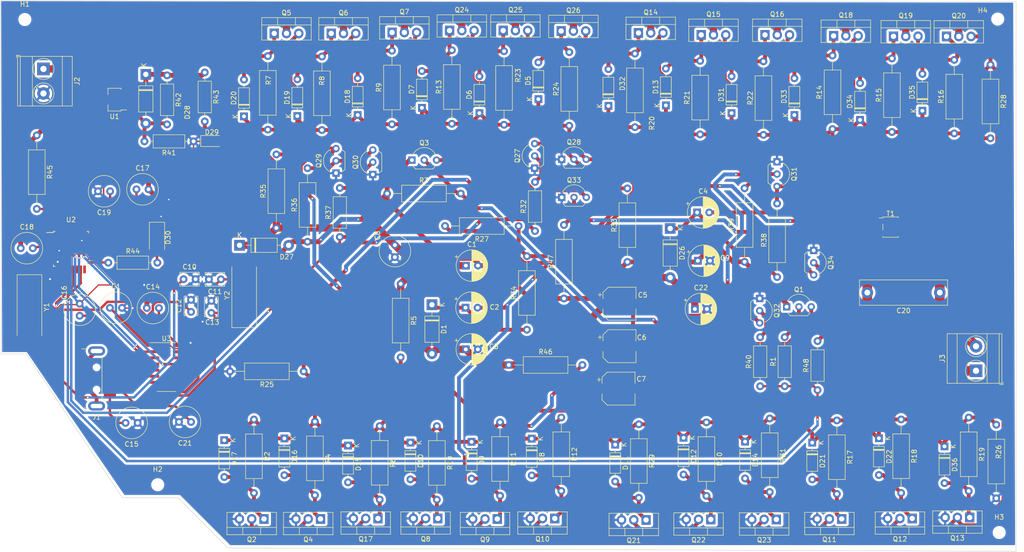
<source format=kicad_pcb>
(kicad_pcb (version 20221018) (generator pcbnew)
  (layers (0 "F.Cu" signal) (31 "B.Cu" signal) (34 "B.Paste" user) (35 "F.Paste" user) (36 "B.SilkS" user "B.Silkscreen") (37 "F.SilkS" user "F.Silkscreen") (38 "B.Mask" user) (39 "F.Mask" user) (44 "Edge.Cuts" user))
  (net 0 "")
  (net 1 "+48V")
  (net 2 "+5V")
  (net 3 "Net-(D1-K)")
  (net 4 "Trn+")
  (net 5 "Net-(D26-K)")
  (net 6 "Net-(D13-K)")
  (net 7 "Net-(U2-XTAL1{slash}PB6)")
  (net 8 "Net-(U3-XI)")
  (net 9 "Net-(U2-XTAL2{slash}PB7)")
  (net 10 "Net-(U3-XO)")
  (net 11 "Net-(U3-VCC)")
  (net 12 "Net-(J1-VBUS)")
  (net 13 "Net-(U3-V3)")
  (net 14 "Net-(U2-AREF)")
  (net 15 "Net-(J3-Pin_2)")
  (net 16 "Net-(J3-Pin_1)")
  (net 17 "Net-(J1-GND)")
  (net 18 "Net-(D18-K)")
  (net 19 "Net-(D5-A)")
  (net 20 "Net-(D6-A)")
  (net 21 "Net-(D7-A)")
  (net 22 "Net-(D10-K)")
  (net 23 "Net-(D8-A)")
  (net 24 "Net-(D9-A)")
  (net 25 "Net-(D10-A)")
  (net 26 "Net-(D11-K)")
  (net 27 "Net-(D11-A)")
  (net 28 "Net-(D12-A)")
  (net 29 "Net-(D13-A)")
  (net 30 "Net-(D14-A)")
  (net 31 "Net-(D15-A)")
  (net 32 "Net-(D16-A)")
  (net 33 "Net-(D17-A)")
  (net 34 "Net-(D18-A)")
  (net 35 "Net-(D19-A)")
  (net 36 "Net-(D20-A)")
  (net 37 "Net-(D21-A)")
  (net 38 "Net-(D22-A)")
  (net 39 "Net-(D28-A)")
  (net 40 "Net-(D29-A)")
  (net 41 "Net-(D30-A)")
  (net 42 "Net-(D31-A)")
  (net 43 "Net-(D32-A)")
  (net 44 "Net-(D33-A)")
  (net 45 "Net-(D34-A)")
  (net 46 "Net-(D35-A)")
  (net 47 "Net-(D36-A)")
  (net 48 "Net-(J1-D-)")
  (net 49 "Net-(J1-D+)")
  (net 50 "unconnected-(J1-Shield-Pad5)")
  (net 51 "Net-(Q1-B)")
  (net 52 "Net-(Q1-C)")
  (net 53 "Trn-")
  (net 54 "Net-(Q27-B)")
  (net 55 "Net-(Q27-C)")
  (net 56 "Net-(Q29-B)")
  (net 57 "Net-(Q30-B)")
  (net 58 "Net-(Q31-B)")
  (net 59 "Net-(Q32-B)")
  (net 60 "11")
  (net 61 "9")
  (net 62 "Net-(U2-PB5)")
  (net 63 "Net-(U2-~{RESET}{slash}PC6)")
  (net 83 "Net-(U2-PD0)")
  (net 84 "Net-(U2-PD1)")
  (net 92 "Net-(U3-GND)")
  (net 93 "GND")
  (net 94 "Net-(U2-AVCC)")
  (net 95 "Net-(U2-VCC)")
  (net 96 "Net-(Q33-B)")
  (net 97 "Net-(Q34-B)")
  (footprint "TerminalBlock_Phoenix:TerminalBlock_Phoenix_MKDS-3-2-5.08_1x02_P5.08mm_Horizontal" (layer "F.Cu") (at 237.7 108.48 90)
    (fp_text reference "J3")
    (fp_text value "Screw_Terminal_01x02")
  )
  (footprint "Package_TO_SOT_THT:TO-92_Inline_Wide" (layer "F.Cu") (at 146.3374 66.4952 90)
    (fp_text reference "Q27")
    (fp_text value "2N3904")
  )
  (footprint "Resistor_THT:R_Axial_DIN0207_L6.3mm_D2.5mm_P10.16mm_Horizontal" (layer "F.Cu") (at 198.1 111.68 90)
    (fp_text reference "R1")
    (fp_text value "200")
  )
  (footprint "Diode_THT:D_DO-35_SOD27_P7.62mm_Horizontal" (layer "F.Cu") (at 82.0774 122.8728 -90)
    (fp_text reference "D17")
    (fp_text value "1N4148")
  )
  (footprint "Package_TO_SOT_THT:TO-220-3_Vertical" (layer "F.Cu") (at 104.22 38.58)
    (fp_text reference "Q6")
    (fp_text value "IRF3205")
  )
  (footprint "Capacitor_THT:CP_Radial_D6.3mm_P2.50mm" (layer "F.Cu") (at 132.018821 95.4004)
    (fp_text reference "C2")
    (fp_text value "55v 470uF")
  )
  (footprint "MountingHole:MountingHole_2.2mm_M2" (layer "F.Cu") (at 40.8 35.7)
    (fp_text reference "H1")
    (fp_text value "MountingHole")
  )
  (footprint "Resistor_THT:R_Axial_DIN0309_L9.0mm_D3.2mm_P15.24mm_Horizontal" (layer "F.Cu") (at 220.3 59 90)
    (fp_text reference "R15")
    (fp_text value "8")
  )
  (footprint "Resistor_THT:R_Axial_DIN0309_L9.0mm_D3.2mm_P15.24mm_Horizontal" (layer "F.Cu") (at 167.9 119.56 -90)
    (fp_text reference "R29")
    (fp_text value "8")
  )
  (footprint "Resistor_THT:R_Axial_DIN0309_L9.0mm_D3.2mm_P15.24mm_Horizontal" (layer "F.Cu") (at 180.6 59.5 90)
    (fp_text reference "R21")
    (fp_text value "8")
  )
  (footprint "Package_TO_SOT_THT:TO-92_Inline_Wide" (layer "F.Cu") (at 105.2148 67.5112 90)
    (fp_text reference "Q29")
    (fp_text value "2N3904")
  )
  (footprint "Diode_THT:D_DO-35_SOD27_P7.62mm_Horizontal" (layer "F.Cu") (at 120.6092 123.3554 -90)
    (fp_text reference "D10")
    (fp_text value "1N4148")
  )
  (footprint "Resistor_THT:R_Axial_DIN0309_L9.0mm_D3.2mm_P15.24mm_Horizontal" (layer "F.Cu") (at 129.2 57.3 90)
    (fp_text reference "R13")
    (fp_text value "8")
  )
  (footprint "Diode_THT:D_DO-35_SOD27_P7.62mm_Horizontal" (layer "F.Cu") (at 161.6 53.59 90)
    (fp_text reference "D32")
    (fp_text value "1N4148")
  )
  (footprint "Package_TO_SOT_THT:TO-220-3_Vertical" (layer "F.Cu") (at 231.6 39.2)
    (fp_text reference "Q20")
    (fp_text value "IRF3205")
  )
  (footprint "Diode_THT:D_DO-35_SOD27_P7.62mm_Horizontal" (layer "F.Cu") (at 133.2838 123.203 -90)
    (fp_text reference "D9")
    (fp_text value "1N4148")
  )
  (footprint "Resistor_THT:R_Axial_DIN0207_L6.3mm_D2.5mm_P10.16mm_Horizontal" (layer "F.Cu") (at 204.9 112.48 90)
    (fp_text reference "R48")
    (fp_text value "200")
  )
  (footprint "Capacitor_THT:CP_Radial_D6.3mm_P2.50mm" (layer "F.Cu") (at 132.0728 104.0364)
    (fp_text reference "C3")
    (fp_text value "55v 470uF")
  )
  (footprint "Capacitor_THT:C_Radial_D6.3mm_H7.0mm_P2.50mm" (layer "F.Cu") (at 58.45 71.28 180)
    (fp_text reference "C19")
    (fp_text value "0.1uF")
  )
  (footprint "Package_TO_SOT_THT:TO-220-3_Vertical" (layer "F.Cu") (at 182.8 139.28 180)
    (fp_text reference "Q22")
    (fp_text value "IRF3205")
  )
  (footprint "Package_TO_SOT_THT:TO-92_Inline_Wide" (layer "F.Cu") (at 192.9184 93.4936 -90)
    (fp_text reference "Q32")
    (fp_text value "2N3904")
  )
  (footprint "Diode_THT:D_DO-35_SOD27_P7.62mm_Horizontal" (layer "F.Cu") (at 145.7298 122.5426 -90)
    (fp_text reference "D8")
    (fp_text value "1N4148")
  )
  (footprint "Package_TO_SOT_THT:TO-220-3_Vertical" (layer "F.Cu") (at 113.9 139.08 180)
    (fp_text reference "Q17")
    (fp_text value "IRF3205")
  )
  (footprint "Resistor_THT:R_Axial_DIN0309_L9.0mm_D3.2mm_P15.24mm_Horizontal" (layer "F.Cu") (at 152.4 93.5 90)
    (fp_text reference "R47")
    (fp_text value "10k")
  )
  (footprint "Resistor_THT:R_Axial_DIN0309_L9.0mm_D3.2mm_P15.24mm_Horizontal" (layer "F.Cu") (at 193.7 59.6 90)
    (fp_text reference "R22")
    (fp_text value "8")
  )
  (footprint "Resistor_THT:R_Axial_DIN0207_L6.3mm_D2.5mm_P10.16mm_Horizontal" (layer "F.Cu") (at 106 80.76 90)
    (fp_text reference "R37")
    (fp_text value "200")
  )
  (footprint "Capacitor_THT:C_Radial_D6.3mm_H7.0mm_P2.50mm" (layer "F.Cu") (at 75.2 119.08 180)
    (fp_text reference "C21")
    (fp_text value "0.1uF")
  )
  (footprint "Diode_THT:D_DO-35_SOD27_P7.62mm_Horizontal" (layer "F.Cu") (at 107.706 123.965 -90)
    (fp_text reference "D15")
    (fp_text value "1N4148")
  )
  (footprint "Capacitor_THT:C_Radial_D6.3mm_H7.0mm_P2.50mm" (layer "F.Cu") (at 52.15 94.58 -90)
    (fp_text reference "C16")
    (fp_text value "0.1uF")
  )
  (footprint "Diode_THT:D_DO-35_SOD27_P7.62mm_Horizontal" (layer "F.Cu") (at 109.7 55.49 90)
    (fp_text reference "D18")
    (fp_text value "1N4148")
  )
  (footprint "Package_TO_SOT_THT:TO-92_Inline_Wide" (layer "F.Cu") (at 112.8348 67.7906 90)
    (fp_text reference "Q30")
    (fp_text value "2N3904")
  )
  (footprint "Capacitor_THT:C_Disc_D3.8mm_W2.6mm_P2.50mm" (layer "F.Cu") (at 79.4 96.48 90)
    (fp_text reference "C13")
    (fp_text value "22pF")
  )
  (footprint "Diode_THT:D_DO-35_SOD27_P7.62mm_Horizontal" (layer "F.Cu") (at 94.5234 122.4918 -90)
    (fp_text reference "D16")
    (fp_text value "1N4148")
  )
  (footprint "Resistor_THT:R_Axial_DIN0207_L6.3mm_D2.5mm_P10.16mm_Horizontal" (layer "F.Cu") (at 146.4092 79.5254 90)
    (fp_text reference "R32")
    (fp_text value "200")
  )
  (footprint "Resistor_THT:R_Axial_DIN0207_L6.3mm_D2.5mm_P10.16mm_Horizontal" (layer "F.Cu") (at 193.02 111.68 90)
    (fp_text reference "R40")
    (fp_text value "200")
  )
  (footprint "Diode_THT:D_DO-35_SOD27_P7.62mm_Horizontal" (layer "F.Cu") (at 177.1584 122.3648 -90)
    (fp_text reference "D12")
    (fp_text value "1N4148")
  )
  (footprint "Capacitor_THT:CP_Radial_D6.3mm_P2.50mm" (layer "F.Cu") (at 132.095021 86.6882)
    (fp_text reference "C1")
    (fp_text value "55v 470uF")
  )
  (footprint "Package_TO_SOT_THT:TO-220-3_Vertical" (layer "F.Cu") (at 194.02 38.88)
    (fp_text reference "Q16")
    (fp_text value "IRF3205")
  )
  (footprint "MountingHole:MountingHole_2.2mm_M2" (layer "F.Cu") (at 68.3 132.1)
    (fp_text reference "H2")
    (fp_text value "MountingHole")
  )
  (footprint "Diode_THT:D_DO-35_SOD27_P7.62mm_Horizontal" (layer "F.Cu") (at 203.8 123.37 -90)
    (fp_text reference "D21")
    (fp_text value "1N4148")
  )
  (footprint "Resistor_THT:R_Axial_DIN0309_L9.0mm_D3.2mm_P15.24mm_Horizontal" (layer "F.Cu") (at 240.7 45.06 -90)
    (fp_text reference "R28")
    (fp_text value "10k")
  )
  (footprint "Resistor_THT:R_Axial_DIN0309_L9.0mm_D3.2mm_P15.24mm_Horizontal" (layer "F.Cu") (at 196.533 89.0588 90)
    (fp_text reference "R38")
    (fp_text value "20k")
  )
  (footprint "Resistor_THT:R_Axial_DIN0309_L9.0mm_D3.2mm_P15.24mm_Horizontal" (layer "F.Cu") (at 144.7328 99.9724 90)
    (fp_text reference "R34")
    (fp_text value "20k")
  )
  (footprint "Package_TO_SOT_THT:TO-220-3_Vertical" (layer "F.Cu") (at 224.5 139.08 180)
    (fp_text reference "Q12")
    (fp_text value "IRF3205")
  )
  (footprint "Diode_THT:D_DO-35_SOD27_P7.62mm_Horizontal" (layer "F.Cu") (at 97.2 55.7 90)
    (fp_text reference "D19")
    (fp_text value "1N4148")
  )
  (footprint "Crystal:Crystal_SMD_HC49-SD" (layer "F.Cu") (at 86.2 92.83 90)
    (fp_text reference "Y2")
    (fp_text value "12MHz")
  )
  (footprint "Diode_THT:D_DO-35_SOD27_P7.62mm_Horizontal" (layer "F.Cu") (at 200.1 55.49 90)
    (fp_text reference "D33")
    (fp_text value "1N4148")
  )
  (footprint "Resistor_THT:R_Axial_DIN0309_L9.0mm_D3.2mm_P15.24mm_Horizontal" (layer "F.Cu") (at 88.2242 118.5802 -90)
    (fp_text reference "R2")
    (fp_text value "8")
  )
  (footprint "Diode_THT:D_DO-35_SOD27_P7.62mm_Horizontal" (layer "F.Cu") (at 123 53.99 90)
    (fp_text reference "D7")
    (fp_text value "1N4148")
  )
  (footprint "Resistor_THT:R_Axial_DIN0309_L9.0mm_D3.2mm_P15.24mm_Horizontal" (layer "F.Cu") (at 233.2 59.3 90)
    (fp_text reference "R16")
    (fp_text value "8")
  )
  (footprint "Capacitor_THT:C_Radial_D6.3mm_H7.0mm_P2.50mm" (layer "F.Cu") (at 64.15 119.28 180)
    (fp_text reference "C15")
    (fp_text value "0.1uF")
  )
  (footprint "Diode_THT:D_DO-35_SOD27_P7.62mm_Horizontal" (layer "F.Cu") (at 189.9 123.16 -90)
    (fp_text reference "D14")
    (fp_text value "1N4148")
  )
  (footprint "Package_TO_SOT_THT:TO-92_Inline_Wide" (layer "F.Cu") (at 151.921 64.6664)
    (fp_text reference "Q28")
    (fp_text value "2N3904")
  )
  (footprint "Package_TO_SOT_THT:TO-220-3_Vertical" (layer "F.Cu") (at 150.5 139.08 180)
    (fp_text reference "Q10")
    (fp_text value "IRF3205")
  )
  (footprint "Capacitor_THT:C_Rect_L18.0mm_W5.0mm_P15.00mm_FKS3_FKP3" (layer "F.Cu") (at 230.2 92.28 180)
    (fp_text reference "C20")
    (fp_text value "2.2uF 450V")
  )
  (footprint "Package_TO_SOT_THT:TO-220-3_Vertical" (layer "F.Cu") (at 102 139.18 180)
    (fp_text reference "Q4")
    (fp_text value "IRF3205")
  )
  (footprint "Resistor_THT:R_Axial_DIN0309_L9.0mm_D3.2mm_P15.24mm_Horizontal" (layer "F.Cu") (at 102.3 58.6 90)
    (fp_text reference "R8")
    (fp_text value "8")
  )
  (footprint "Package_TO_SOT_THT:TO-92_Inline_Wide" (layer "F.Cu") (at 204.1 83.54 -90)
    (fp_text reference "Q34")
    (fp_text value "2N3904")
  )
  (footprint "Resistor_THT:R_Axial_DIN0309_L9.0mm_D3.2mm_P15.24mm_Horizontal" (layer "F.Cu") (at 116.8 57.4 90)
    (fp_text reference "R9")
    (fp_text value "8")
  )
  (footprint "Resistor_THT:R_Axial_DIN0309_L9.0mm_D3.2mm_P15.24mm_Horizontal" (layer "F.Cu") (at 208.9 118.76 -90)
    (fp_text reference "R17")
    (fp_text value "8")
  )
  (footprint "Capacitor_THT:CP_Radial_D6.3mm_P2.50mm" (layer "F.Cu") (at 180.126421 85.68)
    (fp_text reference "C9")
    (fp_text value "1uF")
  )
  (footprint "LED_SMD:LED_2010_5025Metric" (layer "F.Cu") (at 68.15 80.88 -90)
    (fp_text reference "D30")
    (fp_text value "LED")
  )
  (footprint "Resistor_THT:R_Axial_DIN0309_L9.0mm_D3.2mm_P15.24mm_Horizontal" (layer "F.Cu") (at 236.2 118.16 -90)
    (fp_text reference "R19")
    (fp_text value "8")
  )
  (footprint "Capacitor_SMD:CP_Elec_6.3x5.9" (layer "F.Cu") (at 163.9 103.38)
    (fp_text reference "C6")
    (fp_text value "55V 2200uF")
  )
  (footprint "Package_TO_SOT_THT:TO-220-3_Vertical" (layer "F.Cu") (at 236.4 138.88 180)
    (fp_text reference "Q13")
    (fp_text value "IRF3205")
  )
  (footprint "Resistor_THT:R_Axial_DIN0309_L9.0mm_D3.2mm_P15.24mm_Horizontal" (layer "F.Cu") (at 222.2 118.56 -90)
    (fp_text reference "R18")
    (fp_text value "8")
  )
  (footprint "Package_TO_SOT_THT:TO-92_Inline_Wide" (layer "F.Cu") (at 120.933 64.8232)
    (fp_text reference "Q3")
    (fp_text value "2N3904")
  )
  (footprint "Resistor_THT:R_Axial_DIN0309_L9.0mm_D3.2mm_P15.24mm_Horizontal" (layer "F.Cu") (at 43.2666 59.699 -90)
    (fp_text reference "R45")
    (fp_text value "10k")
  )
  (footprint "Resistor_THT:R_Axial_DIN0309_L9.0mm_D3.2mm_P15.24mm_Horizontal" (layer "F.Cu") (at 165.5354 85.9262 90)
    (fp_text reference "R33")
    (fp_text value "10k")
  )
  (footprint "Package_TO_SOT_THT:TO-220-3_Vertical" (layer "F.Cu") (at 167.82 38.48)
    (fp_text reference "Q14")
    (fp_text value "IRF3205")
  )
  (footprint "Resistor_THT:R_Axial_DIN0309_L9.0mm_D3.2mm_P15.24mm_Horizontal" (layer "F.Cu") (at 98.52 108.6 180)
    (fp_text reference "R25")
    (fp_text value "10k")
  )
  (footprint "Diode_THT:D_DO-41_SOD81_P10.16mm_Horizontal" (layer "F.Cu") (at 174.4 79 -90)
    (fp_text reference "D26")
    (fp_text value "1N4007")
  )
  (footprint "Diode_THT:D_DO-41_SOD81_P10.16mm_Horizontal" (layer "F.Cu") (at 85.24 82.48)
    (fp_text reference "D27")
    (fp_text value "1N4002")
  )
  (footprint "Resistor_THT:R_Axial_DIN0309_L9.0mm_D3.2mm_P15.24mm_Horizontal" (layer "F.Cu") (at 241.9 134.9 90)
    (fp_text reference "R26")
    (fp_text value "10k")
  )
  (footprint "Resistor_THT:R_Axial_DIN0309_L9.0mm_D3.2mm_P15.24mm_Horizontal" (layer "F.Cu") (at 99.3176 81.7352 90)
    (fp_text reference "R36")
    (fp_text value "10k")
  )
  (footprint "LED_SMD:LED_1206_3216Metric" (layer "F.Cu") (at 79.5 60.88)
    (fp_text reference "D29")
    (fp_text value "LED")
  )
  (footprint "Resistor_THT:R_Axial_DIN0309_L9.0mm_D3.2mm_P15.24mm_Horizontal" (layer "F.Cu") (at 91.1 58.5136 90)
    (fp_text reference "R7")
    (fp_text value "8")
  )
  (footprint "Package_TO_SOT_THT:TO-220-3_Vertical" (layer "F.Cu") (at 138.6 139.18 180)
    (fp_text reference "Q9")
    (fp_text value "IRF3205")
  )
  (footprint "Transformer_SMD:Transformer_MACOM_SM-22" (layer "F.Cu") (at 220.015 78.71)
    (fp_text reference "T1")
    (fp_text value "Transformer_1P_SS")
  )
  (footprint "Resistor_THT:R_Axial_DIN0309_L9.0mm_D3.2mm_P15.24mm_Horizontal" (layer "F.Cu") (at 140.98 107.28)
    (fp_text reference "R46")
    (fp_text value "20k")
  )
  (footprint "Capacitor_THT:C_Radial_D6.3mm_H7.0mm_P2.50mm" (layer "F.Cu") (at 117.4 82.43 -90)
    (fp_text reference "C8")
    (fp_text value "0.1uF")
  )
  (footprint "Resistor_THT:R_Axial_DIN0309_L9.0mm_D3.2mm_P15.24mm_Horizontal" (layer "F.Cu") (at 151.8512 118.1484 -90)
    (fp_text reference "R12")
    (fp_text value "8")
  )
  (footprint "Resistor_THT:R_Axial_DIN0309_L9.0mm_D3.2mm_P15.24mm_Horizontal" (layer "F.Cu") (at 181.9 119.16 -90)
    (fp_text reference "R30")
    (fp_text value "8")
  )
  (footprint "Resistor_THT:R_Axial_DIN0309_L9.0mm_D3.2mm_P15.24mm_Horizontal" (layer "F.Cu") (at 114.2592 119.9264 -90)
    (fp_text reference "R6")
    (fp_text value "8")
  )
  (footprint "Resistor_THT:R_Axial_DIN0309_L9.0mm_D3.2mm_P15.24mm_Horizontal" (layer "F.Cu") (at 100.848 119.012 -90)
    (fp_text reference "R4")
    (fp_text value "8")
  )
  (footprint "Package_TO_SOT_THT:TO-92_Inline_Wide" (layer "F.Cu") (at 151.9464 72.5448)
    (fp_text reference "Q33")
    (fp_text value "2N3904")
  )
  (footprint "Diode_THT:D_DO-35_SOD27_P7.62mm_Horizontal" (layer "F.Cu") (at 231.1842 124.1428 -90)
    (fp_text reference "D36")
    (fp_text value "1N4148")
  )
  (footprint "Package_TO_SOT_THT:TO-220-3_Vertical" (layer "F.Cu") (at 151.82 38.08)
    (fp_text reference "Q26")
    (fp_text value "IRF3205")
  )
  (footprint "Package_TO_SOT_THT:TO-220-3_Vertical" (layer "F.Cu") (at 126.3 139.08 180)
    (fp_text reference "Q8")
    (fp_text value "IRF3205")
  )
  (footprint "Connector_USB:USB_A_CNCTech_1001-011-01101_Horizontal" (layer "F.Cu") (at 48.75 110.08 180)
    (fp_text reference "J1")
    (fp_text value "USB_B")
  )
  (footprint "Resistor_THT:R_Axial_DIN0309_L9.0mm_D3.2mm_P15.24mm_Horizontal" (layer "F.Cu") (at 92.866 78.8904 90)
    (fp_text reference "R35")
    (fp_text value "20k")
  )
  (footprint "Diode_THT:D_DO-41_SOD81_P10.16mm_Horizontal" (layer "F.Cu") (at 125.0732 94.7908 -90)
    (fp_text reference "D1")
    (fp_text value "1N4007")
  )
  (footprint "Capacitor_THT:C_Disc_D3.8mm_W2.6mm_P2.50mm" (layer "F.Cu") (at 73.649 89.503)
    (fp_text reference "C10")
    (fp_text value "22pF")
  )
  (footprint "Diode_THT:D_DO-35_SOD27_P7.62mm_Horizontal" (layer "F.Cu") (at 173.5 53.49 90)
    (fp_text reference "D13")
    (fp_text value "1N4148")
  )
  (footprint "Package_TO_SOT_THT:TO-92_Inline_Wide" (layer "F.Cu") (at 196.5032 65.1828 -90)
    (fp_text reference "Q31")
    (fp_text value "2N3904")
  )
  (footprint "Package_TO_SOT_THT:TO-220-3_Vertical" (layer "F.Cu") (at 92.42 38.58)
    (fp_text reference "Q5")
    (fp_text value "IRF3205")
  )
  (footprint "Capacitor_THT:C_Disc_D3.8mm_W2.6mm_P2.50mm" (layer "F.Cu") (at 81.4 89.53 180)
    (fp_text reference "C11")
    (fp_text value "22pF")
  )
  (footprint "Package_TO_SOT_THT:TO-220-3_Vertical" (layer "F.Cu") (at 128.72 37.98)
    (fp_text reference "Q24")
    (fp_text value "IRF3205")
  )
  (footprint "Capacitor_THT:C_Disc_D3.8mm_W2.6mm_P2.50mm" (layer "F.Cu") (at 75.2 96.28 90)
    (fp_text reference "C12")
    (fp_text value "22pF")
  )
  (footprint "Diode_THT:D_DO-35_SOD27_P7.62mm_Horizontal" (layer "F.Cu") (at 147.1 52.19 90)
    (fp_text reference "D5")
    (fp_text value "1N4148")
  )
  (footprint "Resistor_THT:R_Axial_DIN0309_L9.0mm_D3.2mm_P15.24mm_Horizontal" (layer "F.Cu") (at 140 57.5 90)
    (fp_text reference "R23")
    (fp_text value "8")
  )
  (footprint "Package_SO:SOIC-16_3.9x9.9mm_P1.27mm" (layer "F.Cu") (at 70.125 107.705)
    (fp_text reference "U3")
    (fp_text value "CH340G")
  )
  (footprint "Resistor_THT:R_Axial_DIN0309_L9.0mm_D3.2mm_P15.24mm_Horizontal" (layer "F.Cu") (at 143.02 78.48 180)
    (fp_text reference "R27")
    (fp_text value "10k")
  )
  (footprint "Capacitor_THT:C_Radial_D6.3mm_H7.0mm_P2.50mm" (layer "F.Cu") (at 39.95 83.08)
    (fp_text reference "C18")
    (fp_text value "0.1uF")
  )
  (footprint "Resistor_THT:R_Axial_DIN0309_L9.0mm_D3.2mm_P15.24mm_Horizontal" (layer "F.Cu") (at 139.1766 119.139 -90)
    (fp_text reference "R11")
    (fp_text value "8")
  )
  (footprint "Package_TO_SOT_SMD:SOT-89-3" (layer "F.Cu") (at 59.3578 52.2948 180)
    (fp_text reference "U1")
    (fp_text value "LM317L_SOT-89")
  )
  (footprint "Resistor_THT:R_Axial_DIN0309_L9.0mm_D3.2mm_P15.24mm_Horizontal" (layer "F.Cu") (at 118.6 90.46 -90)
    (fp_text reference "R5")
    (fp_text value "20k")
  )
  (footprint "Resistor_THT:R_Axial_DIN0309_L9.0mm_D3.2mm_P15.24mm_Horizontal" (layer "F.Cu") (at 126.0956 119.9518 -90)
    (fp_text reference "R10")
    (fp_text value "8")
  )
  (footprint "Package_TO_SOT_THT:TO-220-3_Vertical" (layer "F.Cu") (at 90.3 139.18 180)
    (fp_text reference "Q2")
    (fp_text value "IRF3205")
  )
  (footprint "Resistor_THT:R_Axial_DIN0207_L6.3mm_D2.5mm_P10.16mm_Horizontal" (layer "F.Cu") (at 75.719 60.9394 180)
    (fp_text reference "R41")
    (fp_text value "723")
  )
  (footprint "Resistor_THT:R_Axial_DIN0207_L6.3mm_D2.5mm_P10.16mm_Horizontal" (layer "F.Cu") (at 58.07 86.08)
    (fp_text reference "R44")
    (fp_text value "270")
  )
  (footprint "Capacitor_SMD:CP_Elec_6.3x5.7" (layer "F.Cu") (at 163.7 112.18)
    (fp_text reference "C7")
    (fp_text value "55V 1000uF")
  )
  (footprint "Resistor_THT:R_Axial_DIN0309_L9.0mm_D3.2mm_P15.24mm_Horizontal" (layer "F.Cu") (at 208 58.4 90)
    (fp_text reference "R14")
    (fp_text value "8")
  )
  (footprint "Resistor_THT:R_Axial_DIN0309_L9.0mm_D3.2mm_P15.24mm_Horizontal" (layer "F.Cu") (at 189.8 85.9 90)
    (fp_text reference "R39")
    (fp_text value "10k")
  )
  (footprint "Diode_THT:D_DO-35_SOD27_P7.62mm_Horizontal" (layer "F.Cu") (at 86.161 55.7704 90)
    (fp_text reference "D20")
    (fp_text value "1N4148")
  )
  (footprint "Package_TO_SOT_THT:TO-220-3_Vertical" (layer "F.Cu") (at 209.9 139.18 180)
    (fp_text reference "Q11")
    (fp_text value "IRF3205")
  )
  (footprint "Package_TO_SOT_THT:TO-220-3_Vertical" (layer "F.Cu") (at 116.82 38.38)
    (fp_text reference "Q7")
    (fp_text value "IRF3205")
  )
  (footprint "Package_TO_SOT_THT:TO-220-3_Vertical" (layer "F.Cu") (at 180.82 38.88)
    (fp_text reference "Q15")
    (fp_text value "IRF3205")
  )
  (footprint "Resistor_THT:R_Axial_DIN0309_L9.0mm_D3.2mm_P15.24mm_Horizontal" (layer "F.Cu") (at 167.1 58 90)
    (fp_text reference "R20")
    (fp_text value "8")
  )
  (footprint "TerminalBlock_Phoenix:TerminalBlock_Phoenix_MKDS-3-2-5.08_1x02_P5.08mm_Horizontal" (layer "F.Cu") (at 44.65 45.935 -90)
    (fp_text reference "J2")
    (fp_text value "Screw_Terminal_01x02")
  )
  (footprint "Resistor_THT:R_Axial_DIN0207_L6.3mm_D2.5mm_P10.16mm_Horizontal" (layer "F.Cu") (at 78.039 46.6594 -90)
    (fp_text reference "R43")
    (fp_text value "270")
  )
  (footprint "Capacitor_THT:CP_Radial_D6.3mm_P2.50mm" (layer "F.Cu") (at 179.5 95.68)
    (fp_text reference "C22")
    (fp_text value "55v 470uF")
  )
  (footprint "Resistor_THT:R_Axial_DIN0207_L6.3mm_D2.5mm_P10.16mm_Horizontal" (layer "F.Cu") (at 70.239 47.2594 -90)
    (fp_text reference "R42")
    (fp_text value "240")
  )
  (footprint "Package_QFP:TQFP-32_7x7mm_P0.8mm" (layer "F.Cu") (at 50.35 83.23)
    (fp_text reference "U2")
    (fp_text value "ATmega328PB-A")
  )
  (footprint "Diode_THT:D_DO-35_SOD27_P7.62mm_Horizontal" (layer "F.Cu") (at 134.9 55.09 90)
    (fp_text reference "D6")
    (fp_text value "1N4148")
  )
  (footprint "Diode_THT:D_DO-35_SOD27_P7.62mm_Horizontal" (layer "F.Cu") (at 187.1 55.09 90)
    (fp_text reference "D31")
    (fp_text value "1N4148")
  )
  (footprint "Diode_THT:D_DO-35_SOD27_P7.62mm_Horizontal" (layer "F.Cu") (at 226.6 54.59 90)
    (fp_text reference "D35")
    (fp_text value "1N4148")
  )
  (footprint "Package_TO_SOT_THT:TO-220-3_Vertical" (layer "F.Cu") (at 169.4 139.38 180)
    (fp_text reference "Q21")
    (fp_text value "IRF3205")
  )
  (footprint "Resistor_THT:R_Axial_DIN0309_L9.0mm_D3.2mm_P15.24mm_Horizontal" (layer "F.Cu") (at 153.5 57.7 90)
    (fp_text reference "R24")
    (fp_text value "8")
  )
  (footprint "MountingHole:MountingHole_2.2mm_M2" (layer "F.Cu") (at 242.5 142)
    (fp_text reference "H3")
    (fp_text value "MountingHole")
  )
  (footprint "MountingHole:MountingHole_2.2mm_M2" (layer "F.Cu") (at 242.2 35.6)
    (fp_text reference "H4")
    (fp_text value "MountingHole")
  )
  (footprint "Package_TO_SOT_THT:TO-220-3_Vertical" (layer "F.Cu") (at 208.22 39.08)
    (fp_text reference "Q18")
    (fp_text value "IRF3205")
  )
  (footprint "Capacitor_THT:C_Radial_D6.3mm_H7.0mm_P2.50mm" (layer "F.Cu") (at 58.4084 95.4368)
    (fp_text reference "C1")
    (fp_text value "0.1uF")
  )
  (footprint "Crystal:Crystal_SMD_HC49-SD" (layer "F.Cu") (at 41.75 95.28 -90)
    (fp_text reference "Y1")
    (fp_text value "16MHz")
  )
  (footprint "Package_TO_SOT_THT:TO-220-3_Vertical" (layer "F.Cu") (at 196.38 139.28 180)
    (fp_text reference "Q23")
    (fp_text value "IRF3205")
  )
  (footprint "Package_TO_SOT_THT:TO-220-3_Vertical" (layer "F.Cu") (at 220.62 39.18)
    (fp_text reference "Q19")
    (fp_text value "IRF3205")
  )
  (footprint "Diode_THT:D_DO-35_SOD27_P7.62mm_Horizontal" (layer "F.Cu") (at 213.7 56.5 90)
    (fp_text reference "D34")
    (fp_text value "1N4148")
  )
  (footprint "Capacitor_THT:C_Radial_D6.3mm_H7.0mm_P2.50mm" (layer "F.Cu") (at 66.05 95.48)
    (fp_text reference "C14")
    (fp_text value "0.1uF")
  )
  (footprint "Capacitor_THT:CP_Radial_D6.3mm_P2.50mm" (layer "F.Cu") (at 179.974021 75.68)
    (fp_text reference "C4")
    (fp_text value "55v 470uF")
  )
  (footprint "Resistor_THT:R_Axial_DIN0309_L9.0mm_D3.2mm_P15.24mm_Horizontal" (layer "F.Cu") (at 195 118.36 -90)
    (fp_text reference "R31")
    (fp_text value "8")
  )
  (footprint "Package_TO_SOT_THT:TO-220-3_Vertical" (layer "F.Cu") (at 139.82 37.98)
    (fp_text reference "Q25")
    (fp_text value "IRF3205")
  )
  (footprint "Capacitor_SMD:CP_Elec_6.3x5.9" (layer "F.Cu") (at 163.9 94.58)
    (fp_text reference "C5")
    (fp_text value "55V 6800uF")
  )
  (footprint "Diode_THT:D_DO-41_SOD81_P10.16mm_Horizontal" (layer "F.Cu") (at 65.839 47.0594 -90)
    (fp_text reference "D28")
    (fp_text value "1N4002")
  )
  (footprint "Package_TO_SOT_THT:TO-92_Inline_Wide" (layer "F.Cu") (at 198.5064 95.2208)
    (fp_text reference "Q1")
    (fp_text value "2N3904")
  )
  (footprint "Resistor_THT:R_Axial_DIN0309_L9.0mm_D3.2mm_P15.24mm_Horizontal" (layer "F.Cu") (at 115.8022 71.753)
    (fp_text reference "R3")
    (fp_text value "10k")
  )
  (footprint "Diode_THT:D_DO-35_SOD27_P7.62mm_Horizontal" (layer "F.Cu") (at 163.0106 123.7872 -90)
    (fp_text reference "D11")
    (fp_text value "1N4148")
  )
  (footprint "Diode_THT:D_DO-35_SOD27_P7.62mm_Horizontal" (layer "F.Cu") (at 217.6 122.46 -90)
    (fp_text reference "D22")
    (fp_text value "1N4148")
  )
  (footprint "Capacitor_THT:C_Radial_D6.3mm_H7.0mm_P2.50mm" (layer "F.Cu") (at 63.9 70.88)
    (fp_text reference "C17")
    (fp_text value "0.1uF")
  )
  (gr_poly (pts (xy 35.8 31.8) (xy 35.9 105) (xy 41.1 105) (xy 61 134.8) (xy 72.5 134.8) (xy 82.8 145.2) (xy 246 145.9) (xy 246 32)) (stroke (width 0.1)) (fill none) (layer "Edge.Cuts"))
  (segment (start 161.1 94.58) (end 166.52 89.16) (width 1.5) (layer "F.Cu") (net 1))
  (segment (start 76.5 33.8) (end 91.6 33.8) (width 1.5) (layer "F.Cu") (net 1))
  (segment (start 121.6582 86.6882) (end 118.235 83.265) (width 1.5) (layer "F.Cu") (net 1))
  (segment (start 115.3 33.8) (end 116.253041 33.8) (width 1.5) (layer "F.Cu") (net 1))
  (segment (start 89.2764 82.48) (end 92.866 78.8904) (width 1.5) (layer "F.Cu") (net 1))
  (segment (start 122.3718 86.6882) (end 118.6 90.46) (width 1.5) (layer "F.Cu") (net 1))
  (segment (start 206.7925 33.8) (end 210.76 37.7675) (width 1.5) (layer "F.Cu") (net 1))
  (segment (start 158.4 100.68) (end 158.4 97.28) (width 1.5) (layer "F.Cu") (net 1))
  (segment (start 161 112.18) (end 159.3 110.48) (width 1.5) (layer "F.Cu") (net 1))
  (segment (start 183.36 37.59) (end 183.36 38.88) (width 1.5) (layer "F.Cu") (net 1))
  (segment (start 131.26 36.6675) (end 131.26 37.98) (width 1.5) (layer "F.Cu") (net 1))
  (segment (start 161.1 103.38) (end 158.4 100.68) (width 1.5) (layer "F.Cu") (net 1))
  (segment (start 92.866 78.8904) (end 113.8604 78.8904) (width 1.5) (layer "F.Cu") (net 1))
  (segment (start 158.4 97.28) (end 161.1 94.58) (width 1.5) (layer "F.Cu") (net 1))
  (segment (start 192.7925 33.8) (end 196.56 37.5675) (width 1.5) (layer "F.Cu") (net 1))
  (segment (start 92.866 78.8904) (end 92.866 66.125274) (width 1.5) (layer "F.Cu") (net 1))
  (segment (start 104.48 33.8) (end 106.76 36.08) (width 1.5) (layer "F.Cu") (net 1))
  (segment (start 179.5 95.68) (end 179.5 94.26) (width 1.5) (layer "F.Cu") (net 1))
  (segment (start 118.6 98.4776) (end 118.6 90.46) (width 1.5) (layer "F.Cu") (net 1))
  (segment (start 139.4925 33.8) (end 152.58 33.8) (width 1.5) (layer "F.Cu") (net 1))
  (segment (start 179.5 94.26) (end 174.4 89.16) (width 1.5) (layer "F.Cu") (net 1))
  (segment (start 106.76 36.08) (end 106.76 38.58) (width 1.5) (layer "F.Cu") (net 1))
  (segment (start 152.02 103.38) (end 161.1 103.38) (width 1.5) (layer "F.Cu") (net 1))
  (segment (start 74.9984 33.8) (end 76.5 33.8) (width 1.5) (layer "F.Cu") (net 1))
  (segment (start 56.7645 45.935) (end 61.3078 50.4783) (width 1.5) (layer "F.Cu") (net 1))
  (segment (start 142.36 36.6675) (end 142.36 37.98) (width 1.5) (layer "F.Cu") (net 1))
  (segment (start 152.58 33.8) (end 168.18 33.8) (width 1.5) (layer "F.Cu") (net 1))
  (segment (start 128.3925 33.8) (end 131.26 36.6675) (width 1.5) (layer "F.Cu") (net 1))
  (segment (start 168.18 33.8) (end 178.8 33.8) (width 1.5) (layer "F.Cu") (net 1))
  (segment (start 104.48 33.8) (end 115.3 33.8) (width 1.5) (layer "F.Cu") (net 1))
  (segment (start 122.3718 86.6882) (end 132.095021 86.6882) (width 1.5) (layer "F.Cu") (net 1))
  (segment (start 91.6 33.8) (end 104.48 33.8) (width 1.5) (layer "F.Cu") (net 1))
  (segment (start 125.9876 104.0364) (end 125.0732 104.9508) (width 1.5) (layer "F.Cu") (net 1))
  (segment (start 210.76 37.7675) (end 210.76 39.08) (width 1.5) (layer "F.Cu") (net 1))
  (segment (start 168.18 33.8) (end 170.36 35.98) (width 1.5) (layer "F.Cu") (net 1))
  (segment (start 115.3 33.8) (end 128.3925 33.8) (width 1.5) (layer "F.Cu") (net 1))
  (segment (start 220.28 33.8) (end 223.16 36.68) (width 1.5) (layer "F.Cu") (net 1))
  (segment (start 61.3078 50.7948) (end 61.3078 47.4906) (width 1.5) (layer "F.Cu") (net 1))
  (segment (start 44.65 45.935) (end 56.7645 45.935) (width 1.5) (layer "F.Cu") (net 1))
  (segment (start 118.235 83.265) (end 117.4 82.43) (width 1.5) (layer "F.Cu") (net 1))
  (segment (start 170.36 35.98) (end 170.36 38.48) (width 1.5) (layer "F.Cu") (net 1))
  (segment (start 159.3 110.48) (end 159.3 105.18) (width 1.5) (layer "F.Cu") (net 1))
  (segment (start 159.3 105.18) (end 161.1 103.38) (width 1.5) (layer "F.Cu") (net 1))
  (segment (start 132.0728 104.0364) (end 135.3164 107.28) (width 1.5) (layer "F.Cu") (net 1))
  (segment (start 91.6 33.8) (end 94.96 37.16) (width 1.5) (layer "F.Cu") (net 1))
  (segment (start 125.0732 104.9508) (end 118.6 98.4776) (width 1.5) (layer "F.Cu") (net 1))
  (segment (start 206.7925 33.8) (end 220.28 33.8) (width 1.5) (layer "F.Cu") (net 1))
  (segment (start 223.16 36.68) (end 223.16 39.18) (width 1.5) (layer "F.Cu") (net 1))
  (segment (start 82.2 55.459274) (end 82.2 39.5) (width 1.5) (layer "F.Cu") (net 1))
  (segment (start 178.8 33.8) (end 179.57 33.8) (width 1.5) (layer "F.Cu") (net 1))
  (segment (start 232.98 33.8) (end 234.14 34.96) (width 1.5) (layer "F.Cu") (net 1))
  (segment (start 154.36 35.58) (end 154.36 38.08) (width 1.5) (layer "F.Cu") (net 1))
  (segment (start 119.36 36.906959) (end 119.36 38.38) (width 1.5) (layer "F.Cu") (net 1))
  (segment (start 166.52 89.16) (end 174.4 89.16) (width 1.5) (layer "F.Cu") (net 1))
  (segment (start 82.2 39.5) (end 76.5 33.8) (width 1.5) (layer "F.Cu") (net 1))
  (segment (start 132.0728 104.0364) (end 125.9876 104.0364) (width 1.5) (layer "F.Cu") (net 1))
  (segment (start 196.56 37.5675) (end 196.56 38.88) (width 1.5) (layer "F.Cu") (net 1))
  (segment (start 192.7925 33.8) (end 206.7925 33.8) (width 1.5) (layer "F.Cu") (net 1))
  (segment (start 135.3164 107.28) (end 140.98 107.28) (width 1.5) (layer "F.Cu") (net 1))
  (segment (start 92.866 66.125274) (end 82.2 55.459274) (width 1.5) (layer "F.Cu") (net 1))
  (segment (start 140.98 107.28) (end 148.12 107.28) (width 1.5) (layer "F.Cu") (net 1))
  (segment (start 220.28 33.8) (end 232.98 33.8) (width 1.5) (layer "F.Cu") (net 1))
  (segment (start 148.12 107.28) (end 152.02 103.38) (width 1.5) (layer "F.Cu") (net 1))
  (segment (start 94.96 37.16) (end 94.96 38.58) (width 1.5) (layer "F.Cu") (net 1))
  (segment (start 234.14 34.96) (end 234.14 39.2) (width 1.5) (layer "F.Cu") (net 1))
  (segment (start 85.24 82.48) (end 89.2764 82.48) (width 1.5) (layer "F.Cu") (net 1))
  (segment (start 61.3078 47.4906) (end 74.9984 33.8) (width 1.5) (layer "F.Cu") (net 1))
  (segment (start 113.8604 78.8904) (end 118.235 83.265) (width 1.5) (layer "F.Cu") (net 1))
  (segment (start 152.58 33.8) (end 154.36 35.58) (width 1.5) (layer "F.Cu") (net 1))
  (segment (start 178.8 33.8) (end 192.7925 33.8) (width 1.5) (layer "F.Cu") (net 1))
  (segment (start 128.3925 33.8) (end 139.4925 33.8) (width 1.5) (layer "F.Cu") (net 1))
  (segment (start 179.57 33.8) (end 183.36 37.59) (width 1.5) (layer "F.Cu") (net 1))
  (segment (start 139.4925 33.8) (end 142.36 36.6675) (width 1.5) (layer "F.Cu") (net 1))
  (segment (start 116.253041 33.8) (end 119.36 36.906959) (width 1.5) (layer "F.Cu") (net 1))
  (segment (start 180.126421 85.68) (end 182.406421 83.4) (width 1) (layer "F.Cu") (net 2))
  (segment (start 182.406421 83.4) (end 184.9 83.4) (width 1) (layer "F.Cu") (net 2))
  (segment (start 145.3 93.5) (end 152.4 93.5) (width 1) (layer "F.Cu") (net 2))
  (segment (start 50.6708 52.2948) (end 49.5828 53.3828) (width 1) (layer "F.Cu") (net 2))
  (segment (start 152.4 93.5) (end 157.9616 93.5) (width 1) (layer "F.Cu") (net 2))
  (segment (start 127.6882 85.1882) (end 115.8022 73.3022) (width 1) (layer "F.Cu") (net 2))
  (segment (start 198.5064 94.6064) (end 198.5064 95.2208) (width 1) (layer "F.Cu") (net 2))
  (segment (start 115.8022 71.753) (end 115.8022 69.4978) (width 1) (layer "F.Cu") (net 2))
  (segment (start 179.880221 85.9262) (end 180.126421 85.68) (width 1) (layer "F.Cu") (net 2))
  (segment (start 65.839 48.7636) (end 65.839 47.0594) (width 1) (layer "F.Cu") (net 2))
  (segment (start 115.8022 69.4978) (end 120.4768 64.8232) (width 1) (layer "F.Cu") (net 2))
  (segment (start 70.239 47.2594) (end 77.439 47.2594) (width 1) (layer "F.Cu") (net 2))
  (segment (start 99.3176 81.7352) (end 96.1448 81.7352) (width 1) (layer "F.Cu") (net 2))
  (segment (start 120.4768 64.8232) (end 120.933 64.8232) (width 1) (layer "F.Cu") (net 2))
  (segment (start 184.9 83.4) (end 187.4 85.9) (width 1) (layer "F.Cu") (net 2))
  (segment (start 157.9616 93.5) (end 165.5354 85.9262) (width 1) (layer "F.Cu") (net 2))
  (segment (start 39.95 63.0156) (end 39.95 83.08) (width 1) (layer "F.Cu") (net 2))
  (segment (start 66.05 94.34863) (end 75.29863 85.1) (width 1) (layer "F.Cu") (net 2))
  (segment (start 133.595021 85.1882) (end 127.6882 85.1882) (width 1) (layer "F.Cu") (net 2))
  (segment (start 70.039 47.0594) (end 70.239 47.2594) (width 1) (layer "F.Cu") (net 2))
  (segment (start 165.5354 85.9262) (end 179.880221 85.9262) (width 1) (layer "F.Cu") (net 2))
  (segment (start 109.8 77.1) (end 110.4552 77.1) (width 1) (layer "F.Cu") (net 2))
  (segment (start 134.595021 86.6882) (end 134.595021 86.1882) (width 1) (layer "F.Cu") (net 2))
  (segment (start 110.4552 77.1) (end 115.8022 71.753) (width 1) (layer "F.Cu") (net 2))
  (segment (start 99.3176 81.7352) (end 101.6648 81.7352) (width 1) (layer "F.Cu") (net 2))
  (segment (start 77.439 47.2594) (end 78.039 46.6594) (width 1) (layer "F.Cu") (net 2))
  (segment (start 52.8828 53.3828) (end 49.5828 53.3828) (width 1) (layer "F.Cu") (net 2))
  (segment (start 66.05 95.48) (end 66.05 94.34863) (width 1) (layer "F.Cu") (net 2))
  (segment (start 61.2203 52.2948) (end 50.6708 52.2948) (width 1) (layer "F.Cu") (net 2))
  (segment (start 49.5828 53.3828) (end 43.2666 59.699) (width 1) (layer "F.Cu") (net 2))
  (segment (start 66.4 70.88) (end 66.4 66.9) (width 1) (layer "F.Cu") (net 2))
  (segment (start 115.8022 73.3022) (end 115.8022 71.753) (width 1) (layer "F.Cu") (net 2))
  (segment (start 96.1448 81.7352) (end 95.4 82.48) (width 1) (layer "F.Cu") (net 2))
  (segment (start 66.4 70.88) (end 80.62 85.1) (width 1) (layer "F.Cu") (net 2))
  (segment (start 138.4882 86.6882) (end 145.3 93.5) (width 1) (layer "F.Cu") (net 2))
  (segment (start 65.839 47.0594) (end 70.039 47.0594) (width 1) (layer "F.Cu") (net 2))
  (segment (start 66.4 66.9) (end 52.8828 53.3828) (width 1) (layer "F.Cu") (net 2))
  (segment (start 80.62 85.1) (end 92.78 85.1) (width 1) (layer "F.Cu") (net 2))
  (segment (start 187.4 85.9) (end 189.8 85.9) (width 1) (layer "F.Cu") (net 2))
  (segment (start 134.595021 86.1882) (end 133.595021 85.1882) (width 1) (layer "F.Cu") (net 2))
  (segment (start 62.3078 52.2948) (end 65.839 48.7636) (width 1) (layer "F.Cu") (net 2))
  (segment (start 134.595021 86.6882) (end 138.4882 86.6882) (width 1) (layer "F.Cu") (net 2))
  (segment (start 75.29863 85.1) (end 80.62 85.1) (width 1) (layer "F.Cu") (net 2))
  (segment (start 61.2203 52.2948) (end 62.3078 52.2948) (width 1) (layer "F.Cu") (net 2))
  (segment (start 101.6648 81.7352) (end 102.1 81.3) (width 1) (layer "F.Cu") (net 2))
  (segment (start 43.2666 59.699) (end 39.95 63.0156) (width 1) (layer "F.Cu") (net 2))
  (segment (start 92.78 85.1) (end 95.4 82.48) (width 1) (layer "F.Cu") (net 2))
  (segment (start 189.8 85.9) (end 198.5064 94.6064) (width 1) (layer "F.Cu") (net 2))
  (via (at 109.8 77.1) (size 0.5) (drill 0.3) (layers "F.Cu" "B.Cu") (net 2))
  (via (at 102.1 81.3) (size 0.5) (drill 0.3) (layers "F.Cu" "B.Cu") (net 2))
  (segment (start 106.3 77.1) (end 109.8 77.1) (width 1) (layer "B.Cu") (net 2))
  (segment (start 102.1 81.3) (end 106.3 77.1) (width 1) (layer "B.Cu") (net 2))
  (segment (start 144.7328 99.9724) (end 136.590821 99.9724) (width 0.8) (layer "F.Cu") (net 3))
  (segment (start 132.018821 95.4004) (end 125.6828 95.4004) (width 0.8) (layer "F.Cu") (net 3))
  (segment (start 136.590821 99.9724) (end 132.018821 95.4004) (width 0.8) (layer "F.Cu") (net 3))
  (segment (start 125.6828 95.4004) (end 125.0732 94.7908) (width 0.8) (layer "F.Cu") (net 3))
  (segment (start 131.8838 125.8162) (end 131.9 125.8) (width 0.8) (layer "F.Cu") (net 4))
  (segment (start 152.6 86.1324) (end 144.152901 86.1324) (width 0.8) (layer "F.Cu") (net 4))
  (segment (start 145.9 89.6) (end 149.3676 86.1324) (width 0.8) (layer "F.Cu") (net 4))
  (segment (start 121.67 50.1) (end 122.5 49.27) (width 0.8) (layer "F.Cu") (net 4))
  (segment (start 133.34 141.9) (end 145.14 141.9) (width 0.8) (layer "F.Cu") (net 4))
  (segment (start 88.775 141.9) (end 96.74 141.9) (width 0.8) (layer "F.Cu") (net 4))
  (segment (start 149.3676 86.1324) (end 152.6 86.1324) (width 0.8) (layer "F.Cu") (net 4))
  (segment (start 119.9 141.9) (end 126.7 141.9) (width 0.8) (layer "F.Cu") (net 4))
  (segment (start 146.2 48.2) (end 151.4 48.2) (width 0.8) (layer "F.Cu") (net 4))
  (segment (start 156.9 38.08) (end 156.9 58.385786) (width 0.8) (layer "F.Cu") (net 4))
  (segment (start 137.520501 79.5) (end 128.8 79.5) (width 0.8) (layer "F.Cu") (net 4))
  (segment (start 133.5 38.28) (end 133.5 48.049899) (width 0.8) (layer "F.Cu") (net 4))
  (segment (start 184.7 70.2) (end 168.714214 70.2) (width 0.8) (layer "F.Cu") (net 4))
  (segment (start 134.320101 48.87) (end 135 48.87) (width 0.8) (layer "F.Cu") (net 4))
  (segment (start 96.74 141.9) (end 99.46 139.18) (width 0.8) (layer "F.Cu") (net 4))
  (segment (start 145.14 141.9) (end 147.96 139.08) (width 0.8) (layer "F.Cu") (net 4))
  (segment (start 123.07 48.87) (end 124.6 48.87) (width 0.8) (layer "F.Cu") (net 4))
  (segment (start 144.152901 86.1324) (end 137.520501 79.5) (width 0.8) (layer "F.Cu") (net 4))
  (segment (start 108.87 49.27) (end 122.5 49.27) (width 0.8) (layer "F.Cu") (net 4))
  (segment (start 108.54 141.9) (end 119.9 141.9) (width 0.8) (layer "F.Cu") (net 4))
  (segment (start 108.3 39.58) (end 108.3 48.7) (width 0.8) (layer "F.Cu") (net 4))
  (segment (start 97.5 38.58) (end 95.8 40.28) (width 0.8) (layer "F.Cu") (net 4))
  (segment (start 156.9 58.385786) (end 166.257107 67.742893) (width 0.8) (layer "F.Cu") (net 4))
  (segment (start 126.7 141.9) (end 133.34 141.9) (width 0.8) (layer "F.Cu") (net 4))
  (segment (start 108.3 48.7) (end 108.87 49.27) (width 0.8) (layer "F.Cu") (net 4))
  (segment (start 144.9 37.98) (end 144.9 46.9) (width 0.8) (layer "F.Cu") (net 4))
  (segment (start 167.9354 69.421186) (end 167.9354 71.680313) (width 0.8) (layer "F.Cu") (net 4))
  (segment (start 133.5 48.049899) (end 134.320101 48.87) (width 0.8) (layer "F.Cu") (net 4))
  (segment (start 150.73 48.87) (end 151.9 47.7) (width 0.8) (layer "F.Cu") (net 4))
  (segment (start 87.76 139.18) (end 87.76 140.885) (width 0.8) (layer "F.Cu") (net 4))
  (segment (start 144.9 46.9) (end 146.2 48.2) (width 0.8) (layer "F.Cu") (net 4))
  (segment (start 153.483313 86.1324) (end 152.6 86.1324) (width 0.8) (layer "F.Cu") (net 4))
  (segment (start 135 48.87) (end 150.73 48.87) (width 0.8) (layer "F.Cu") (net 4))
  (segment (start 166.257107 67.742893) (end 167.9354 69.421186) (width 0.8) (layer "F.Cu") (net 4))
  (segment (start 124.6 48.87) (end 135 48.87) (width 0.8) (layer "F.Cu") (net 4))
  (segment (start 168.714214 70.2) (end 166.257107 67.742893) (width 0.8) (layer "F.Cu") (net 4))
  (segment (start 133.34 141.9) (end 136.06 139.18) (width 0.8) (layer "F.Cu") (net 4))
  (segment (start 128.8 79.5) (end 127.78 78.48) (width 0.8) (layer "F.Cu") (net 4))
  (segment (start 108.54 141.9) (end 111.36 139.08) (width 0.8) (layer "F.Cu") (net 4))
  (segment (start 109.3 38.58) (end 108.3 39.58) (width 0.8) (layer "F.Cu") (net 4))
  (segment (start 126.7 141.9) (end 131.8838 136.7162) (width 0.8) (layer "F.Cu") (net 4))
  (segment (start 218.3 77.44) (end 199.24 77.44) (width 0.8) (layer "F.Cu") (net 4))
  (segment (start 131.8838 136.7162) (end 131.8838 125.8162) (width 0.8) (layer "F.Cu") (net 4))
  (segment (start 133.8 37.98) (end 133.5 38.28) (width 0.8) (layer "F.Cu") (net 4))
  (segment (start 122.5 49.27) (end 124.2 49.27) (width 0.8) (layer "F.Cu") (net 4))
  (segment (start 121.6 38.68) (end 121.6 47.4) (width 0.8) (layer "F.Cu") (net 4))
  (segment (start 95.8 48.7) (end 97.2 50.1) (width 0.8) (layer "F.Cu") (net 4))
  (segment (start 121.9 38.38) (end 121.6 38.68) (width 0.8) (layer "F.Cu") (net 4))
  (segment (start 199.2 77.4) (end 199.24 77.44) (width 0.8) (layer "F.Cu") (net 4))
  (segment (start 95.8 40.28) (end 95.8 48.7) (width 0.8) (layer "F.Cu") (net 4))
  (segment (start 156.9 42.7) (end 156.9 38.08) (width 0.8) (layer "F.Cu") (net 4))
  (segment (start 119.9 141.9) (end 120.94 141.9) (width 0.8) (layer "F.Cu") (net 4))
  (segment (start 97.2 50.1) (end 121.67 50.1) (width 0.8) (layer "F.Cu") (net 4))
  (segment (start 140.0996 95.4004) (end 140.7 94.8) (width 0.8) (layer "F.Cu") (net 4))
  (segment (start 96.74 141.9) (end 108.54 141.9) (width 0.8) (layer "F.Cu") (net 4))
  (segment (start 87.76 140.885) (end 88.775 141.9) (width 0.8) (layer "F.Cu") (net 4))
  (segment (start 121.6 47.4) (end 123.07 48.87) (width 0.8) (layer "F.Cu") (net 4))
  (segment (start 167.9354 71.680313) (end 153.483313 86.1324) (width 0.8) (layer "F.Cu") (net 4))
  (segment (start 134.518821 95.4004) (end 140.0996 95.4004) (width 0.8) (layer "F.Cu") (net 4))
  (segment (start 151.4 48.2) (end 156.9 42.7) (width 0.8) (layer "F.Cu") (net 4))
  (segment (start 120.94 141.9) (end 123.76 139.08) (width 0.8) (layer "F.Cu") (net 4))
  (segment (start 124.2 49.27) (end 124.6 48.87) (width 0.8) (layer "F.Cu") (net 4))
  (via (at 199.24 77.44) (size 0.5) (drill 0.3) (layers "F.Cu" "B.Cu") (net 4))
  (via (at 131.9 125.8) (size 0.5) (drill 0.3) (layers "F.Cu" "B.Cu") (net 4))
  (via (at 184.7 70.2) (size 0.5) (drill 0.3) (layers "F.Cu" "B.Cu") (net 4))
  (via (at 145.9 89.6) (size 0.5) (drill 0.3) (layers "F.Cu" "B.Cu") (net 4))
  (via (at 140.7 94.8) (size 0.5) (drill 0.3) (layers "F.Cu" "B.Cu") (net 4))
  (segment (start 140.7 99.889099) (end 140.7 94.8) (width 0.8) (layer "B.Cu") (net 4))
  (segment (start 140.7 94.8) (end 145.9 89.6) (width 0.8) (layer "B.Cu") (net 4))
  (segment (start 194.44 77.44) (end 187.2 70.2) (width 0.8) (layer "B.Cu") (net 4))
  (segment (start 130.6728 109.916299) (end 140.7 99.889099) (width 0.8) (layer "B.Cu") (net 4))
  (segment (start 130.6728 124.5728) (end 130.6728 109.916299) (width 0.8) (layer "B.Cu") (net 4))
  (segment (start 131.9 125.8) (end 130.6728 124.5728) (width 0.8) (layer "B.Cu") (net 4))
  (segment (start 187.2 70.2) (end 184.7 70.2) (width 0.8) (layer "B.Cu") (net 4))
  (segment (start 199.24 77.44) (end 194.44 77.44) (width 0.8) (layer "B.Cu") (net 4))
  (segment (start 176.654021 79) (end 179.974021 75.68) (width 0.8) (layer "F.Cu") (net 5))
  (segment (start 196.533 89.0588) (end 191.9742 84.5) (width 0.8) (layer "F.Cu") (net 5))
  (segment (start 191.9742 84.5) (end 188.794021 84.5) (width 0.8) (layer "F.Cu") (net 5))
  (segment (start 174.4 79) (end 176.654021 79) (width 0.8) (layer "F.Cu") (net 5))
  (segment (start 188.794021 84.5) (end 179.974021 75.68) (width 0.8) (layer "F.Cu") (net 5))
  (segment (start 226.6 54.59) (end 226.6 56.7) (width 0.8) (layer "F.Cu") (net 6))
  (segment (start 226.6 54.59) (end 226.6 57.3) (width 0.8) (layer "F.Cu") (net 6))
  (segment (start 216.2 59) (end 220.3 59) (width 0.8) (layer "F.Cu") (net 6))
  (segment (start 173.5 56.7) (end 173.5 57.4) (width 0.8) (layer "F.Cu") (net 6))
  (segment (start 233.2 59.3) (end 235.4 59.3) (width 0.8) (layer "F.Cu") (net 6))
  (segment (start 173.5 53.49) (end 173.5 56.7) (width 0.8) (layer "F.Cu") (net 6))
  (segment (start 187.1 55.09) (end 187.1 58) (width 0.8) (layer "F.Cu") (net 6))
  (segment (start 161.6 53.59) (end 161.6 55.6) (width 0.8) (layer "F.Cu") (net 6))
  (segment (start 235.4 59.3) (end 236.4 60.3) (width 0.8) (layer "F.Cu") (net 6))
  (segment (start 173.5 57.4) (end 175.6 59.5) (width 0.8) (layer "F.Cu") (net 6))
  (segment (start 208 58.4) (end 208 62.9) (width 0.8) (layer "F.Cu") (net 6))
  (segment (start 226.6 56.7) (end 229.2 59.3) (width 0.8) (layer "F.Cu") (net 6))
  (segment (start 196.5032 70.2628) (end 196.5032 73.789) (width 0.8) (layer "F.Cu") (net 6))
  (segment (start 172.2 58) (end 173.5 56.7) (width 0.8) (layer "F.Cu") (net 6))
  (segment (start 187.1 57.4) (end 185 59.5) (width 0.8) (layer "F.Cu") (net 6))
  (segment (start 211.8 58.4) (end 208 58.4) (width 0.8) (layer "F.Cu") (net 6))
  (segment (start 236.4 60.3) (end 240.7 60.3) (width 0.8) (layer "F.Cu") (net 6))
  (segment (start 188.7 59.6) (end 193.7 59.6) (width 0.8) (layer "F.Cu") (net 6))
  (segment (start 200.6 70.3) (end 200.5628 70.2628) (width 0.8) (layer "F.Cu") (net 6))
  (segment (start 208 62.9) (end 200.6 70.3) (width 0.8) (layer "F.Cu") (net 6))
  (segment (start 213.7 56.5) (end 216.2 59) (width 0.8) (layer "F.Cu") (net 6))
  (segment (start 161.6 55.6) (end 164 58) (width 0.8) (layer "F.Cu") (net 6))
  (segment (start 185 59.5) (end 180.6 59.5) (width 0.8) (layer "F.Cu") (net 6))
  (segment (start 226.6 57.3) (end 224.9 59) (width 0.8) (layer "F.Cu") (net 6))
  (segment (start 200.1 55.49) (end 200.1 56.2) (width 0.8) (layer "F.Cu") (net 6))
  (segment (start 198.5 59.6) (end 193.7 59.6) (width 0.8) (layer "F.Cu") (net 6))
  (segment (start 229.2 59.3) (end 233.2 59.3) (width 0.8) (layer "F.Cu") (net 6))
  (segment (start 167.1 58) (end 172.2 58) (width 0.8) (layer "F.Cu") (net 6))
  (segment (start 203.1 59.2) (end 207.200001 59.199999) (width 0.8) (layer "F.Cu") (net 6))
  (segment (start 224.9 59) (end 220.3 59) (width 0.8) (layer "F.Cu") (net 6))
  (segment (start 200.1 58) (end 198.5 59.6) (width 0.8) (layer "F.Cu") (net 6))
  (segment (start 207.200001 59.199999) (end 208 58.4) (width 0.8) (layer "F.Cu") (net 6))
  (segment (start 164 58) (end 167.1 58) (width 0.8) (layer "F.Cu") (net 6))
  (segment (start 187.1 55.09) (end 187.1 57.4) (width 0.8) (layer "F.Cu") (net 6))
  (segment (start 196.5032 73.789) (end 196.533 73.8188) (width 0.8) (layer "F.Cu") (net 6))
  (segment (start 175.6 59.5) (end 180.6 59.5) (width 0.8) (layer "F.Cu") (net 6))
  (segment (start 200.5628 70.2628) (end 196.5032 70.2628) (width 0.8) (layer "F.Cu") (net 6))
  (segment (start 200.1 56.2) (end 203.1 59.2) (width 0.8) (layer "F.Cu") (net 6))
  (segment (start 200.1 55.49) (end 200.1 58) (width 0.8) (layer "F.Cu") (net 6))
  (segment (start 213.7 56.5) (end 211.8 58.4) (width 0.8) (layer "F.Cu") (net 6))
  (segment (start 187.1 58) (end 188.7 59.6) (width 0.8) (layer "F.Cu") (net 6))
  (segment (start 44.8 85.23) (end 46.1 85.23) (width 0.5) (layer "F.Cu") (net 7))
  (segment (start 52.07 114) (end 53.8 114) (width 0.5) (layer "F.Cu") (net 7))
  (segment (start 41.75 91.03) (end 41.75 88.28) (width 0.5) (layer "F.Cu") (net 7))
  (segment (start 41.75 88.28) (end 44.8 85.23) (width 0.5) (layer "F.Cu") (net 7))
  (segment (start 71.7 91.452) (end 73.649 89.503) (width 0.5) (layer "F.Cu") (net 7))
  (segment (start 40.25 92.53) (end 40.25 102.18) (width 0.5) (layer "F.Cu") (net 7))
  (segment (start 40.25 102.18) (end 52.07 114) (width 0.5) (layer "F.Cu") (net 7))
  (segment (start 71.7 92.4) (end 71.7 91.452) (width 0.5) (layer "F.Cu") (net 7))
  (segment (start 41.75 91.03) (end 40.25 92.53) (width 0.5) (layer "F.Cu") (net 7))
  (via (at 71.7 92.4) (size 0.5) (drill 0.3) (layers "F.Cu" "B.Cu") (net 7))
  (via (at 53.8 114) (size 0.5) (drill 0.3) (layers "F.Cu" "B.Cu") (net 7))
  (segment (start 53.8 114) (end 63.4 114) (width 0.5) (layer "B.Cu") (net 7))
  (segment (start 71.7 105.7) (end 71.7 92.4) (width 0.5) (layer "B.Cu") (net 7))
  (segment (start 63.4 114) (end 71.7 105.7) (width 0.5) (layer "B.Cu") (net 7))
  (segment (start 81.4 89.53) (end 85.25 89.53) (width 0.5) (layer "F.Cu") (net 8))
  (segment (start 67.65 110.88) (end 69.502316 110.88) (width 0.5) (layer "F.Cu") (net 8))
  (segment (start 71.522316 112.9) (end 73.9 112.9) (width 0.5) (layer "F.Cu") (net 8))
  (segment (start 69.502316 110.88) (end 71.522316 112.9) (width 0.5) (layer "F.Cu") (net 8))
  (segment (start 76.7 94.23) (end 81.4 89.53) (width 0.5) (layer "F.Cu") (net 8))
  (segment (start 85.25 89.53) (end 86.2 88.58) (width 0.5) (layer "F.Cu") (net 8))
  (segment (start 73.9 112.9) (end 76.7 110.1) (width 0.5) (layer "F.Cu") (net 8))
  (segment (start 76.7 110.1) (end 76.7 94.23) (width 0.5) (layer "F.Cu") (net 8))
  (segment (start 41.75 99.53) (end 43.6 97.68) (width 0.5) (layer "F.Cu") (net 9))
  (segment (start 65.902233 97.1) (end 66.197767 97.1) (width 0.5) (layer "F.Cu") (net 9))
  (segment (start 41.75 99.53) (end 44.77 99.53) (width 0.5) (layer "F.Cu") (net 9))
  (segment (start 45.57 86.03) (end 46.1 86.03) (width 0.5) (layer "F.Cu") (net 9))
  (segment (start 62.989033 94.1868) (end 65.902233 97.1) (width 0.5) (layer "F.Cu") (net 9))
  (segment (start 43.6 97.68) (end 43.6 88) (width 0.5) (layer "F.Cu") (net 9))
  (segment (start 56.247433 95.83) (end 57.890633 94.1868) (width 0.5) (layer "F.Cu") (net 9))
  (segment (start 48.47 95.83) (end 56.247433 95.83) (width 0.5) (layer "F.Cu") (net 9))
  (segment (start 43.6 88) (end 45.57 86.03) (width 0.5) (layer "F.Cu") (net 9))
  (segment (start 67.3 95.997767) (end 67.3 94.962233) (width 0.5) (layer "F.Cu") (net 9))
  (segment (start 44.77 99.53) (end 48.47 95.83) (width 0.5) (layer "F.Cu") (net 9))
  (segment (start 73.15 94.23) (end 75.2 96.28) (width 0.5) (layer "F.Cu") (net 9))
  (segment (start 68.032233 94.23) (end 73.15 94.23) (width 0.5) (layer "F.Cu") (net 9))
  (segment (start 67.3 94.962233) (end 68.032233 94.23) (width 0.5) (layer "F.Cu") (net 9))
  (segment (start 66.197767 97.1) (end 67.3 95.997767) (width 0.5) (layer "F.Cu") (net 9))
  (segment (start 57.890633 94.1868) (end 62.989033 94.1868) (width 0.5) (layer "F.Cu") (net 9))
  (segment (start 80.1 97.18) (end 79.4 96.48) (width 0.5) (layer "F.Cu") (net 10))
  (segment (start 85.6 96.48) (end 86.2 97.08) (width 0.5) (layer "F.Cu") (net 10))
  (segment (start 74.627767 113.6) (end 80.1 108.127767) (width 0.5) (layer "F.Cu") (net 10))
  (segment (start 69.1 113.6) (end 74.627767 113.6) (width 0.5) (layer "F.Cu") (net 10))
  (segment (start 79.4 96.48) (end 85.6 96.48) (width 0.5) (layer "F.Cu") (net 10))
  (segment (start 67.65 112.15) (end 69.1 113.6) (width 0.5) (layer "F.Cu") (net 10))
  (segment (start 80.1 108.127767) (end 80.1 97.18) (width 0.5) (layer "F.Cu") (net 10))
  (segment (start 68.55 99.21) (end 68.55 95.48) (width 0.5) (layer "F.Cu") (net 11))
  (segment (start 72.6 103.26) (end 68.55 99.21) (width 0.5) (layer "F.Cu") (net 11))
  (segment (start 60.18 119.28) (end 61.65 119.28) (width 0.5) (layer "F.Cu") (net 12))
  (segment (start 58.4 113.58) (end 58.4 117.5) (width 0.5) (layer "F.Cu") (net 12))
  (segment (start 58.4 117.5) (end 60.18 119.28) (width 0.5) (layer "F.Cu") (net 12))
  (segment (start 67.65 107.07) (end 63.57 107.07) (width 0.5) (layer "F.Cu") (net 13))
  (segment (start 63.57 107.07) (end 53.58 97.08) (width 0.5) (layer "F.Cu") (net 13))
  (segment (start 53.58 97.08) (end 52.15 97.08) (width 0.5) (layer "F.Cu") (net 13))
  (segment (start 58.45 71.28) (end 58.45 81.08) (width 0.5) (layer "F.Cu") (net 14))
  (segment (start 58.45 81.08) (end 55.9 83.63) (width 0.5) (layer "F.Cu") (net 14))
  (segment (start 55.9 83.63) (end 54.6 83.63) (width 0.5) (layer "F.Cu") (net 14))
  (segment (start 230.2 92.28) (end 230.2 95.9) (width 2) (layer "F.Cu") (net 15))
  (segment (start 230.2 87.3) (end 230.2 92.28) (width 2) (layer "F.Cu") (net 15))
  (segment (start 222.44 77.44) (end 224.4 79.4) (width 0.5) (layer "F.Cu") (net 15))
  (segment (start 230.2 95.9) (end 237.7 103.4) (width 2) (layer "F.Cu") (net 15))
  (segment (start 221.73 77.44) (end 222.44 77.44) (width 0.5) (layer "F.Cu") (net 15))
  (segment (start 224.4 79.4) (end 224.4 81.5) (width 0.5) (layer "F.Cu") (net 15))
  (segment (start 224.4 81.5) (end 230.2 87.3) (width 2) (layer "F.Cu") (net 15))
  (segment (start 215.2 92.28) (end 215.2 94.4) (width 2) (layer "F.Cu") (net 16))
  (segment (start 215.2 89.7) (end 221.7 83.2) (width 2) (layer "F.Cu") (net 16))
  (segment (start 222.7 80.95) (end 221.73 79.98) (width 0.5) (layer "F.Cu") (net 16))
  (segment (start 215.2 92.28) (end 215.2 89.7) (width 2) (layer "F.Cu") (net 16))
  (segment (start 222.7 82.2) (end 222.7 80.95) (width 0.5) (layer "F.Cu") (net 16))
  (segment (start 221.7 83.2) (end 222.7 82.2) (width 0.5) (layer "F.Cu") (net 16))
  (segment (start 229.28 108.48) (end 237.7 108.48) (width 2) (layer "F.Cu") (net 16))
  (segment (start 215.2 94.4) (end 229.28 108.48) (width 2) (layer "F.Cu") (net 16))
  (segment (start 64 115.8) (end 60.78 112.58) (width 0.5) (layer "F.Cu") (net 17))
  (segment (start 60.78 112.58) (end 57.334924 112.58) (width 0.5) (layer "F.Cu") (net 17))
  (segment (start 71.92 115.8) (end 64 115.8) (width 0.5) (layer "F.Cu") (net 17))
  (segment (start 57.334924 112.58) (end 56.7 111.945076) (width 0.5) (layer "F.Cu") (net 17))
  (segment (start 56.7 111.945076) (end 56.7 108.28) (width 0.5) (layer "F.Cu") (net 17))
  (segment (start 75.2 119.08) (end 71.92 115.8) (width 0.5) (layer "F.Cu") (net 17))
  (segment (start 56.7 108.28) (end 58.4 106.58) (width 0.5) (layer "F.Cu") (net 17))
  (segment (start 86.161 55.7704) (end 86.161 56.161) (width 0.8) (layer "F.Cu") (net 18))
  (segment (start 137.31 57.5) (end 134.9 55.09) (width 0.8) (layer "F.Cu") (net 18))
  (segment (start 97.2 55.7) (end 97.2 56.4) (width 0.8) (layer "F.Cu") (net 18))
  (segment (start 134.9 55.09) (end 134.9 55.4) (width 0.8) (layer "F.Cu") (net 18))
  (segment (start 166.9354 71.266099) (end 166.9354 69.8354) (width 0.8) (layer "F.Cu") (net 18))
  (segment (start 144.7328 84.7324) (end 153.469099 84.7324) (width 0.8) (layer "F.Cu") (net 18))
  (segment (start 166.9354 69.8354) (end 161.7664 64.6664) (width 0.8) (layer "F.Cu") (net 18))
  (segment (start 129.2 57.3) (end 126.31 57.3) (width 0.8) (layer "F.Cu") (net 18))
  (segment (start 143.02 83.0196) (end 144.7328 84.7324) (width 0.8) (layer "F.Cu") (net 18))
  (segment (start 153.5 57.7) (end 153.5 61.1654) (width 0.8) (layer "F.Cu") (net 18))
  (segment (start 99.4 58.6) (end 102.3 58.6) (width 0.8) (layer "F.Cu") (net 18))
  (segment (start 143.02 78.48) (end 143.02 83.0196) (width 0.8) (layer "F.Cu") (net 18))
  (segment (start 147.1 55.5) (end 149.3 57.7) (width 0.8) (layer "F.Cu") (net 18))
  (segment (start 133 57.3) (end 129.2 57.3) (width 0.8) (layer "F.Cu") (net 18))
  (segment (start 97.2 56.4) (end 99.4 58.6) (width 0.8) (layer "F.Cu") (net 18))
  (segment (start 88.5136 58.5136) (end 91.1 58.5136) (width 0.8) (layer "F.Cu") (net 18))
  (segment (start 145.1 57.5) (end 147.1 55.5) (width 0.8) (layer "F.Cu") (net 18))
  (segment (start 109.7 55.49) (end 109.7 55.6) (width 0.8) (layer "F.Cu") (net 18))
  (segment (start 161.7664 64.6664) (end 157.001 64.6664) (width 0.8) (layer "F.Cu") (net 18))
  (segment (start 97.2 57.2) (end 95.8864 58.5136) (width 0.8) (layer "F.Cu") (net 18))
  (segment (start 126.31 57.3) (end 123 53.99) (width 0.8) (layer "F.Cu") (net 18))
  (segment (start 140 57.5) (end 137.31 57.5) (width 0.8) (layer "F.Cu") (net 18))
  (segment (start 153.469099 84.7324) (end 166.9354 71.266099) (width 0.8) (layer "F.Cu") (net 18))
  (segment (start 111.5 57.4) (end 116.8 57.4) (width 0.8) (layer "F.Cu") (net 18))
  (segment (start 134.9 55.4) (end 133 57.3) (width 0.8) (layer "F.Cu") (net 18))
  (segment (start 109.7 55.6) (end 111.5 57.4) (width 0.8) (layer "F.Cu") (net 18))
  (segment (start 86.161 56.161) (end 88.5136 58.5136) (width 0.8) (layer "F.Cu") (net 18))
  (segment (start 102.3 58.6) (end 106.59 58.6) (width 0.8) (layer "F.Cu") (net 18))
  (segment (start 153.5 61.1654) (end 157.001 64.6664) (width 0.8) (layer "F.Cu") (net 18))
  (segment (start 123 55.5) (end 121.1 57.4) (width 0.8) (layer "F.Cu") (net 18))
  (segment (start 147.1 52.19) (end 147.1 55.5) (width 0.8) (layer "F.Cu") (net 18))
  (segment (start 95.8864 58.5136) (end 91.1 58.5136) (width 0.8) (layer "F.Cu") (net 18))
  (segment (start 97.2 55.7) (end 97.2 57.2) (width 0.8) (layer "F.Cu") (net 18))
  (segment (start 149.3 57.7) (end 153.5 57.7) (width 0.8) (layer "F.Cu") (net 18))
  (segment (start 123 53.99) (end 123 55.5) (width 0.8) (layer "F.Cu") (net 18))
  (segment (start 140 57.5) (end 145.1 57.5) (width 0.8) (layer "F.Cu") (net 18))
  (segment (start 106.59 58.6) (end 109.7 55.49) (width 0.8) (layer "F.Cu") (net 18))
  (segment (start 121.1 57.4) (end 116.8 57.4) (width 0.8) (layer "F.Cu") (net 18))
  (segment (start 149.47 42.2) (end 150.4 42.2) (width 0.8) (layer "F.Cu") (net 19))
  (segment (start 151.82 40.78) (end 153.5 42.46) (width 0.8) (layer "F.Cu") (net 19))
  (segment (start 147.1 44.57) (end 149.47 42.2) (width 0.8) (layer "F.Cu") (net 19))
  (segment (start 150.4 42.2) (end 151.82 40.78) (width 0.8) (layer "F.Cu") (net 19))
  (segment (start 151.82 38.08) (end 151.82 40.78) (width 0.8) (layer "F.Cu") (net 19))
  (segment (start 138.74 42.26) (end 140 42.26) (width 0.8) (layer "F.Cu") (net 20))
  (segment (start 139.82 42.08) (end 140 42.26) (width 0.8) (layer "F.Cu") (net 20))
  (segment (start 134.9 47.47) (end 134.9 46.1) (width 0.8) (layer "F.Cu") (net 20))
  (segment (start 139.82 37.98) (end 139.82 42.08) (width 0.8) (layer "F.Cu") (net 20))
  (segment (start 134.9 46.1) (end 138.74 42.26) (width 0.8) (layer "F.Cu") (net 20))
  (segment (start 125.9 45.5) (end 125.9 45.36) (width 0.8) (layer "F.Cu") (net 21))
  (segment (start 128.72 37.98) (end 128.72 41.58) (width 0.8) (layer "F.Cu") (net 21))
  (segment (start 125.9 45.36) (end 129.2 42.06) (width 0.8) (layer "F.Cu") (net 21))
  (segment (start 128.72 41.58) (end 129.2 42.06) (width 0.8) (layer "F.Cu") (net 21))
  (segment (start 125.03 46.37) (end 125.9 45.5) (width 0.8) (layer "F.Cu") (net 21))
  (segment (start 123 46.37) (end 125.03 46.37) (width 0.8) (layer "F.Cu") (net 21))
  (segment (start 118.6 115.5856) (end 114.2592 119.9264) (width 0.8) (layer "F.Cu") (net 22))
  (segment (start 139.887101 64.8232) (end 146.163901 71.1) (width 0.8) (layer "F.Cu") (net 22))
  (segment (start 82.0774 122.8728) (end 83.9316 122.8728) (width 0.8) (layer "F.Cu") (net 22))
  (segment (start 126.013 64.8232) (end 139.887101 64.8232) (width 0.8) (layer "F.Cu") (net 22))
  (segment (start 122.692 123.3554) (end 126.0956 119.9518) (width 0.8) (layer "F.Cu") (net 22))
  (segment (start 105.801 123.965) (end 100.848 119.012) (width 0.8) (layer "F.Cu") (net 22))
  (segment (start 139.9376 119.9) (end 139.1766 119.139) (width 0.8) (layer "F.Cu") (net 22))
  (segment (start 92.1358 122.4918) (end 88.2242 118.5802) (width 0.8) (layer "F.Cu") (net 22))
  (segment (start 135.1126 123.203) (end 139.1766 119.139) (width 0.8) (layer "F.Cu") (net 22))
  (segment (start 155.5816 71.1) (end 157.0264 72.5448) (width 0.8) (layer "F.Cu") (net 22))
  (segment (start 117.6882 123.3554) (end 114.2592 119.9264) (width 0.8) (layer "F.Cu") (net 22))
  (segment (start 146.163901 71.1) (end 147.6 71.1) (width 0.8) (layer "F.Cu") (net 22))
  (segment (start 156.22 107.28) (end 149.9 113.6) (width 0.8) (layer "F.Cu") (net 22))
  (segment (start 120.6092 123.3554) (end 117.6882 123.3554) (width 0.8) (layer "F.Cu") (net 22))
  (segment (start 94.5234 122.4918) (end 92.1358 122.4918) (width 0.8) (layer "F.Cu") (net 22))
  (segment (start 145.7298 122.5426) (end 147.457 122.5426) (width 0.8) (layer "F.Cu") (net 22))
  (segment (start 147.6 71.1) (end 155.5816 71.1) (width 0.8) (layer "F.Cu") (net 22))
  (segment (start 134.5 71.1) (end 147.6 71.1) (width 0.8) (layer "F.Cu") (net 22))
  (segment (start 132.3 68.9) (end 134.5 71.1) (width 0.8) (layer "F.Cu") (net 22))
  (segment (start 129.3468 123.203) (end 126.0956 119.9518) (width 0.8) (layer "F.Cu") (net 22))
  (segment (start 142.5802 122.5426) (end 139.1766 119.139) (width 0.8) (layer "F.Cu") (net 22))
  (segment (start 110.2206 123.965) (end 114.2592 119.9264) (width 0.8) (layer "F.Cu") (net 22))
  (segment (start 94.5234 122.4918) (end 97.3682 122.4918) (width 0.8) (layer "F.Cu") (net 22))
  (segment (start 83.9316 122.8728) (end 88.2242 118.5802) (width 0.8) (layer "F.Cu") (net 22))
  (segment (start 97.3682 122.4918) (end 100.848 119.012) (width 0.8) (layer "F.Cu") (net 22))
  (segment (start 107.706 123.965) (end 110.2206 123.965) (width 0.8) (layer "F.Cu") (net 22))
  (segment (start 118.6 105.7) (end 118.6 115.5856) (width 0.8) (layer "F.Cu") (net 22))
  (segment (start 98.52 108.6) (end 98.52 96.365786) (width 0.8) (layer "F.Cu") (net 22))
  (segment (start 98.52 96.365786) (end 107.285786 87.6) (width 0.8) (layer "F.Cu") (net 22))
  (segment (start 145.7 119.9) (end 139.9376 119.9) (width 0.8) (layer "F.Cu") (net 22))
  (segment (start 147.457 122.5426) (end 151.8512 118.1484) (width 0.8) (layer "F.Cu") (net 22))
  (segment (start 100.848 110.928) (end 98.52 108.6) (width 0.8) (layer "F.Cu") (net 22))
  (segment (start 120.6092 123.3554) (end 122.692 123.3554) (width 0.8) (layer "F.Cu") (net 22))
  (segment (start 107.706 123.965) (end 105.801 123.965) (width 0.8) (layer "F.Cu") (net 22))
  (segment (start 133.2838 123.203) (end 129.3468 123.203) (width 0.8) (layer "F.Cu") (net 22))
  (segment (start 100.848 119.012) (end 100.848 110.928) (width 0.8) (layer "F.Cu") (net 22))
  (segment (start 107.285786 87.6) (end 107.3 87.6) (width 0.8) (layer "F.Cu") (net 22))
  (segment (start 133.2838 123.203) (end 135.1126 123.203) (width 0.8) (layer "F.Cu") (net 22))
  (segment (start 145.7298 122.5426) (end 142.5802 122.5426) (width 0.8) (layer "F.Cu") (net 22))
  (via (at 145.7 119.9) (size 0.5) (drill 0.3) (layers "F.Cu" "B.Cu") (net 22))
  (via (at 132.3 68.9) (size 0.5) (drill 0.3) (layers "F.Cu" "B.Cu") (net 22))
  (via (at 149.9 113.6) (size 0.5) (drill 0.3) (layers "F.Cu" "B.Cu") (net 22))
  (via (at 107.3 87.6) (size 0.5) (drill 0.3) (layers "F.Cu" "B.Cu") (net 22))
  (segment (start 149.9 115.7) (end 145.7 119.9) (width 0.8) (layer "B.Cu") (net 22))
  (segment (start 125.185786 68.9) (end 132.3 68.9) (width 0.8) (layer "B.Cu") (net 22))
  (segment (start 149.9 113.6) (end 149.9 115.7) (width 0.8) (layer "B.Cu") (net 22))
  (segment (start 107.3 86.785786) (end 125.185786 68.9) (width 0.8) (layer "B.Cu") (net 22))
  (segment (start 107.3 87.6) (end 107.3 86.785786) (width 0.8) (layer "B.Cu") (net 22))
  (segment (start 151.8512 137.7288) (end 150.5 139.08) (width 0.8) (layer "F.Cu") (net 23))
  (segment (start 148.6254 130.1626) (end 151.8512 133.3884) (width 0.8) (layer "F.Cu") (net 23))
  (segment (start 145.7298 130.1626) (end 148.6254 130.1626) (width 0.8) (layer "F.Cu") (net 23))
  (segment (start 151.8512 133.3884) (end 151.8512 137.7288) (width 0.8) (layer "F.Cu") (net 23))
  (segment (start 135.6206 130.823) (end 139.1766 134.379) (width 0.8) (layer "F.Cu") (net 24))
  (segment (start 139.1766 134.379) (end 139.1766 138.6034) (width 0.8) (layer "F.Cu") (net 24))
  (segment (start 133.2838 130.823) (end 135.6206 130.823) (width 0.8) (layer "F.Cu") (net 24))
  (segment (start 139.1766 138.6034) (end 138.6 139.18) (width 0.8) (layer "F.Cu") (net 24))
  (segment (start 121.8792 130.9754) (end 126.0956 135.1918) (width 0.8) (layer "F.Cu") (net 25))
  (segment (start 126.0956 135.1918) (end 126.0956 138.8756) (width 0.8) (layer "F.Cu") (net 25))
  (segment (start 120.6092 130.9754) (end 121.8792 130.9754) (width 0.8) (layer "F.Cu") (net 25))
  (segment (start 126.0956 138.8756) (end 126.3 139.08) (width 0.8) (layer "F.Cu") (net 25))
  (segment (start 205.9 120.4) (end 205.9 121.27) (width 0.8) (layer "F.Cu") (net 26))
  (segment (start 222.2 118.56) (end 219.64 118.56) (width 0.8) (layer "F.Cu") (net 26))
  (segment (start 194.7 118.36) (end 189.9 123.16) (width 0.8) (layer "F.Cu") (net 26))
  (segment (start 240.4 118.16) (end 241.9 119.66) (width 0.8) (layer "F.Cu") (net 26))
  (segment (start 195 118.36) (end 200.66 118.36) (width 0.8) (layer "F.Cu") (net 26))
  (segment (start 203.8 121.5) (end 203.8 123.37) (width 0.8) (layer "F.Cu") (net 26))
  (segment (start 207.54 118.76) (end 205.9 120.4) (width 0.8) (layer "F.Cu") (net 26))
  (segment (start 213.76 118.76) (end 217.46 122.46) (width 0.8) (layer "F.Cu") (net 26))
  (segment (start 120.7 104) (end 133.4484 116.7484) (width 0.8) (layer "F.Cu") (net 26))
  (segment (start 97.9176 70.4176) (end 100.3 72.8) (width 0.8) (layer "F.Cu") (net 26))
  (segment (start 181.9 119.16) (end 185.9 119.16) (width 0.8) (layer "F.Cu") (net 26))
  (segment (start 217.46 122.46) (end 217.6 122.46) (width 0.8) (layer "F.Cu") (net 26))
  (segment (start 167.9 119.56) (end 167.2378 119.56) (width 0.8) (layer "F.Cu") (net 26))
  (segment (start 174.3536 119.56) (end 177.1584 122.3648) (width 0.8) (layer "F.Cu") (net 26))
  (segment (start 97.9176 65.915301) (end 97.9176 70.4176) (width 0.8) (layer "F.Cu") (net 26))
  (segment (start 236.2 118.16) (end 240.4 118.16) (width 0.8) (layer "F.Cu") (net 26))
  (segment (start 103.9956 63.6504) (end 105.2148 62.4312) (width 0.8) (layer "F.Cu") (net 26))
  (segment (start 167.2378 119.56) (end 163.0106 123.7872) (width 0.8) (layer "F.Cu") (net 26))
  (segment (start 236.2 118.16) (end 231.1842 123.1758) (width 0.8) (layer "F.Cu") (net 26))
  (segment (start 219.64 118.56) (end 217.6 120.6) (width 0.8) (layer "F.Cu") (net 26))
  (segment (start 205.9 121.27) (end 203.8 123.37) (width 0.8) (layer "F.Cu") (net 26))
  (segment (start 155.9718 116.7484) (end 163.0106 123.7872) (width 0.8) (layer "F.Cu") (net 26))
  (segment (start 200.66 118.36) (end 203.8 121.5) (width 0.8) (layer "F.Cu") (net 26))
  (segment (start 185.9 119.16) (end 189.9 123.16) (width 0.8) (layer "F.Cu") (net 26))
  (segment (start 225.6014 118.56) (end 231.1842 124.1428) (width 0.8) (layer "F.Cu") (net 26))
  (segment (start 231.1842 123.1758) (end 231.1842 124.1428) (width 0.8) (layer "F.Cu") (net 26))
  (segment (start 101.401701 62.4312) (end 97.9176 65.915301) (width 0.8) (layer "F.Cu") (net 26))
  (segment (start 208.9 118.76) (end 207.54 118.76) (width 0.8) (layer "F.Cu") (net 26))
  (segment (start 105.4 90.9) (end 118.5 104) (width 0.8) (layer "F.Cu") (net 26))
  (segment (start 195 118.36) (end 194.7 118.36) (width 0.8) (layer "F.Cu") (net 26))
  (segment (start 92.866 63.6504) (end 103.9956 63.6504) (width 0.8) (layer "F.Cu") (net 26))
  (segment (start 105.2148 62.4312) (end 101.401701 62.4312) (width 0.8) (layer "F.Cu") (net 26))
  (segment (start 167.9 119.56) (end 174.3536 119.56) (width 0.8) (layer "F.Cu") (net 26))
  (segment (start 180.3632 119.16) (end 177.1584 122.3648) (width 0.8) (layer "F.Cu") (net 26))
  (segment (start 208.9 118.76) (end 213.76 118.76) (width 0.8) (layer "F.Cu") (net 26))
  (segment (start 133.4484 116.7484) (end 155.9718 116.7484) (width 0.8) (layer "F.Cu") (net 26))
  (segment (start 217.6 120.6) (end 217.6 122.46) (width 0.8) (layer "F.Cu") (net 26))
  (segment (start 181.9 119.16) (end 180.3632 119.16) (width 0.8) (layer "F.Cu") (net 26))
  (segment (start 118.5 104) (end 120.7 104) (width 0.8) (layer "F.Cu") (net 26))
  (segment (start 222.2 118.56) (end 225.6014 118.56) (width 0.8) (layer "F.Cu") (net 26))
  (via (at 105.4 90.9) (size 0.5) (drill 0.3) (layers "F.Cu" "B.Cu") (net 26))
  (via (at 100.3 72.8) (size 0.5) (drill 0.3) (layers "F.Cu" "B.Cu") (net 26))
  (segment (start 100.7176 86.2176) (end 105.4 90.9) (width 0.8) (layer "B.Cu") (net 26))
  (segment (start 100.7176 73.2176) (end 100.7176 86.2176) (width 0.8) (layer "B.Cu") (net 26))
  (segment (start 100.3 72.8) (end 100.7176 73.2176) (width 0.8) (layer "B.Cu") (net 26))
  (segment (start 167.9 137.88) (end 169.4 139.38) (width 0.8) (layer "F.Cu") (net 27))
  (segment (start 166.4034 134.8) (end 163.0106 131.4072) (width 0.8) (layer "F.Cu") (net 27))
  (segment (start 167.9 134.8) (end 167.9 137.88) (width 0.8) (layer "F.Cu") (net 27))
  (segment (start 167.9 134.8) (end 166.4034 134.8) (width 0.8) (layer "F.Cu") (net 27))
  (segment (start 182.8 139.28) (end 182.8 135.3) (width 0.8) (layer "F.Cu") (net 28))
  (segment (start 177.4848 129.9848) (end 181.9 134.4) (width 0.8) (layer "F.Cu") (net 28))
  (segment (start 182.8 135.3) (end 181.9 134.4) (width 0.8) (layer "F.Cu") (net 28))
  (segment (start 177.1584 129.9848) (end 177.4848 129.9848) (width 0.8) (layer "F.Cu") (net 28))
  (segment (start 175 44.3) (end 175.04 44.26) (width 0.8) (layer "F.Cu") (net 29))
  (segment (start 180.82 38.88) (end 180.82 44.04) (width 0.8) (layer "F.Cu") (net 29))
  (segment (start 175.04 44.26) (end 180.6 44.26) (width 0.8) (layer "F.Cu") (net 29))
  (segment (start 175 44.37) (end 175 44.3) (width 0.8) (layer "F.Cu") (net 29))
  (segment (start 180.82 44.04) (end 180.6 44.26) (width 0.8) (layer "F.Cu") (net 29))
  (segment (start 173.5 45.87) (end 175 44.37) (width 0.8) (layer "F.Cu") (net 29))
  (segment (start 189.9 130.78) (end 192.82 133.7) (width 0.8) (layer "F.Cu") (net 30))
  (segment (start 193.5 133.6) (end 195 133.6) (width 0.8) (layer "F.Cu") (net 30))
  (segment (start 193.4 133.7) (end 193.5 133.6) (width 0.8) (layer "F.Cu") (net 30))
  (segment (start 192.82 133.7) (end 193.4 133.7) (width 0.8) (layer "F.Cu") (net 30))
  (segment (start 195 137.9) (end 196.38 139.28) (width 0.8) (layer "F.Cu") (net 30))
  (segment (start 195 133.6) (end 195 137.9) (width 0.8) (layer "F.Cu") (net 30))
  (segment (start 114.2592 138.7208) (end 113.9 139.08) (width 0.8) (layer "F.Cu") (net 31))
  (segment (start 107.706 131.585) (end 110.6778 131.585) (width 0.8) (layer "F.Cu") (net 31))
  (segment (start 110.6778 131.585) (end 114.2592 135.1664) (width 0.8) (layer "F.Cu") (net 31))
  (segment (start 114.2592 135.1664) (end 114.2592 138.7208) (width 0.8) (layer "F.Cu") (net 31))
  (segment (start 100.848 138.028) (end 102 139.18) (width 0.8) (layer "F.Cu") (net 32))
  (segment (start 96.7078 130.1118) (end 100.848 134.252) (width 0.8) (layer "F.Cu") (net 32))
  (segment (start 94.5234 130.1118) (end 96.7078 130.1118) (width 0.8) (layer "F.Cu") (net 32))
  (segment (start 100.848 134.252) (end 100.848 138.028) (width 0.8) (layer "F.Cu") (net 32))
  (segment (start 82.0774 130.4928) (end 84.8968 130.4928) (width 0.8) (layer "F.Cu") (net 33))
  (segment (start 84.8968 130.4928) (end 88.2242 133.8202) (width 0.8) (layer "F.Cu") (net 33))
  (segment (start 88.2242 133.8202) (end 88.2242 137.1042) (width 0.8) (layer "F.Cu") (net 33))
  (segment (start 88.2242 137.1042) (end 90.3 139.18) (width 0.8) (layer "F.Cu") (net 33))
  (segment (start 109.7 45.5) (end 113.04 42.16) (width 0.8) (layer "F.Cu") (net 34))
  (segment (start 109.7 47.87) (end 109.7 45.5) (width 0.8) (layer "F.Cu") (net 34))
  (segment (start 116.82 42.14) (end 116.8 42.16) (width 0.8) (layer "F.Cu") (net 34))
  (segment (start 113.04 42.16) (end 116.8 42.16) (width 0.8) (layer "F.Cu") (net 34))
  (segment (start 116.82 38.38) (end 116.82 42.14) (width 0.8) (layer "F.Cu") (net 34))
  (segment (start 97.2 48.08) (end 97.2 47) (width 0.8) (layer "F.Cu") (net 35))
  (segment (start 100.84 43.36) (end 102.3 43.36) (width 0.8) (layer "F.Cu") (net 35))
  (segment (start 97.2 47) (end 100.84 43.36) (width 0.8) (layer "F.Cu") (net 35))
  (segment (start 104.22 38.58) (end 104.22 41.44) (width 0.8) (layer "F.Cu") (net 35))
  (segment (start 104.22 41.44) (end 102.3 43.36) (width 0.8) (layer "F.Cu") (net 35))
  (segment (start 89.5264 43.2736) (end 91.1 43.2736) (width 0.8) (layer "F.Cu") (net 36))
  (segment (start 92.42 38.58) (end 92.42 41.9536) (width 0.8) (layer "F.Cu") (net 36))
  (segment (start 92.42 41.9536) (end 91.1 43.2736) (width 0.8) (layer "F.Cu") (net 36))
  (segment (start 86.161 46.639) (end 89.5264 43.2736) (width 0.8) (layer "F.Cu") (net 36))
  (segment (start 86.161 48.1504) (end 86.161 46.639) (width 0.8) (layer "F.Cu") (net 36))
  (segment (start 208.9 134) (end 208.9 138.18) (width 0.8) (layer "F.Cu") (net 37))
  (segment (start 208.9 138.18) (end 209.9 139.18) (width 0.8) (layer "F.Cu") (net 37))
  (segment (start 203.8 130.99) (end 205.89 130.99) (width 0.8) (layer "F.Cu") (net 37))
  (segment (start 205.89 130.99) (end 208.9 134) (width 0.8) (layer "F.Cu") (net 37))
  (segment (start 222.2 133.8) (end 222.2 136.78) (width 0.8) (layer "F.Cu") (net 38))
  (segment (start 218.48 130.08) (end 222.2 133.8) (width 0.8) (layer "F.Cu") (net 38))
  (segment (start 217.6 130.08) (end 218.48 130.08) (width 0.8) (layer "F.Cu") (net 38))
  (segment (start 222.2 136.78) (end 224.5 139.08) (width 0.8) (layer "F.Cu") (net 38))
  (segment (start 65.559 57.4994) (end 65.839 57.2194) (width 0.8) (layer "F.Cu") (net 39))
  (segment (start 61.3078 53.7948) (end 62.4144 53.7948) (width 0.8) (layer "F.Cu") (net 39))
  (segment (start 62.4144 53.7948) (end 65.839 57.2194) (width 0.8) (layer "F.Cu") (net 39))
  (segment (start 70.039 57.2194) (end 70.239 57.4194) (width 0.8) (layer "F.Cu") (net 39))
  (segment (start 65.559 60.9394) (end 65.559 57.4994) (width 0.8) (layer "F.Cu") (net 39))
  (segment (start 65.839 57.2194) (end 70.039 57.2194) (width 0.8) (layer "F.Cu") (net 39))
  (segment (start 78.039 58.019) (end 80.9 60.88) (width 0.8) (layer "F.Cu") (net 40))
  (segment (start 78.039 56.8194) (end 78.039 58.019) (width 0.8) (layer "F.Cu") (net 40))
  (segment (start 68.15 86) (end 68.23 86.08) (width 0.5) (layer "F.Cu") (net 41))
  (segment (start 68.15 83.13) (end 68.15 86) (width 0.5) (layer "F.Cu") (net 41))
  (segment (start 194.02 38.88) (end 194.02 44.04) (width 0.8) (layer "F.Cu") (net 42))
  (segment (start 187.1 47.47) (end 187.1 45) (width 0.8) (layer "F.Cu") (net 42))
  (segment (start 187.1 45) (end 187.74 44.36) (width 0.8) (layer "F.Cu") (net 42))
  (segment (start 187.74 44.36) (end 193.7 44.36) (width 0.8) (layer "F.Cu") (net 42))
  (segment (start 194.02 44.04) (end 193.7 44.36) (width 0.8) (layer "F.Cu") (net 42))
  (segment (start 167.82 38.48) (end 167.82 42.04) (width 0.8) (layer "F.Cu") (net 43))
  (segment (start 161.6 44.6) (end 163.44 42.76) (width 0.8) (layer "F.Cu") (net 43))
  (segment (start 167.82 42.04) (end 167.1 42.76) (width 0.8) (layer "F.Cu") (net 43))
  (segment (start 163.44 42.76) (end 167.1 42.76) (width 0.8) (layer "F.Cu") (net 43))
  (segment (start 161.6 45.97) (end 161.6 44.6) (width 0.8) (layer "F.Cu") (net 43))
  (segment (start 201.64 43.16) (end 208 43.16) (width 0.8) (layer "F.Cu") (net 44))
  (segment (start 200.1 47.87) (end 200.1 44.7) (width 0.8) (layer "F.Cu") (net 44))
  (segment (start 200.1 44.7) (end 201.64 43.16) (width 0.8) (layer "F.Cu") (net 44))
  (segment (start 208.22 39.08) (end 208.22 42.94) (width 0.8) (layer "F.Cu") (net 44))
  (segment (start 208.22 42.94) (end 208 43.16) (width 0.8) (layer "F.Cu") (net 44))
  (segment (start 213.7 48.88) (end 213.7 44.8) (width 0.8) (layer "F.Cu") (net 45))
  (segment (start 220.62 39.18) (end 220.62 43.44) (width 0.8) (layer "F.Cu") (net 45))
  (segment (start 213.7 44.8) (end 214.74 43.76) (width 0.8) (layer "F.Cu") (net 45))
  (segment (start 214.74 43.76) (end 220.3 43.76) (width 0.8) (layer "F.Cu") (net 45))
  (segment (start 220.62 43.44) (end 220.3 43.76) (width 0.8) (layer "F.Cu") (net 45))
  (segment (start 233.82 41.42) (end 233.82 43.44) (width 0.8) (layer "F.Cu") (net 46))
  (segment (start 231.6 39.2) (end 233.82 41.42) (width 0.8) (layer "F.Cu") (net 46))
  (segment (start 226.6 46.97) (end 226.6 45.3) (width 0.8) (layer "F.Cu") (net 46))
  (segment (start 233.82 43.44) (end 233.2 44.06) (width 0.8) (layer "F.Cu") (net 46))
  (segment (start 227.84 44.06) (end 233.2 44.06) (width 0.8) (layer "F.Cu") (net 46))
  (segment (start 226.6 45.3) (end 227.84 44.06) (width 0.8) (layer "F.Cu") (net 46))
  (segment (start 236.2 133.4) (end 236.2 138.68) (width 0.8) (layer "F.Cu") (net 47))
  (segment (start 231.1842 131.7628) (end 234.5628 131.7628) (width 0.8) (layer "F.Cu") (net 47))
  (segment (start 236.2 138.68) (end 236.4 138.88) (width 0.8) (layer "F.Cu") (net 47))
  (segment (start 234.5628 131.7628) (end 236.2 133.4) (width 0.8) (layer "F.Cu") (net 47))
  (segment (start 63.99 109.61) (end 67.65 109.61) (width 0.5) (layer "F.Cu") (net 48))
  (segment (start 58.4 111.08) (end 62.52 111.08) (width 0.5) (layer "F.Cu") (net 48))
  (segment (start 62.52 111.08) (end 63.99 109.61) (width 0.5) (layer "F.Cu") (net 48))
  (segment (start 63.02 109.08) (end 63.76 108.34) (width 0.5) (layer "F.Cu") (net 49))
  (segment (start 58.4 109.08) (end 63.02 109.08) (width 0.5) (layer "F.Cu") (net 49))
  (segment (start 63.76 108.34) (end 67.65 108.34) (width 0.5) (layer "F.Cu") (net 49))
  (segment (start 55.65 114.077056) (end 53.4 111.827056) (width 0.8) (layer "F.Cu") (net 50))
  (segment (start 55.65 115.78) (end 55.65 114.077056) (width 0.8) (layer "F.Cu") (net 50))
  (segment (start 53.4 106.63) (end 55.65 104.38) (width 0.8) (layer "F.Cu") (net 50))
  (segment (start 53.4 111.827056) (end 53.4 106.63) (width 0.8) (layer "F.Cu") (net 50))
  (segment (start 198.1 101.52) (end 201 98.62) (width 0.8) (layer "F.Cu") (net 51))
  (segment (start 201.0464 98.0536) (end 201.0464 95.2208) (width 0.8) (layer "F.Cu") (net 51))
  (segment (start 201 98.62) (end 201 98.1) (width 0.8) (layer "F.Cu") (net 51))
  (segment (start 201 98.1) (end 201.0464 98.0536) (width 0.8) (layer "F.Cu") (net 51))
  (segment (start 175.92 102.92) (end 170.9 97.9) (width 0.8) (layer "F.Cu") (net 52))
  (segment (start 203.5864 95.2208) (end 203.5864 98.013499) (width 0.8) (layer "F.Cu") (net 52))
  (segment (start 130.4028 71.753) (end 131.0422 71.753) (width 0.8) (layer "F.Cu") (net 52))
  (segment (start 123.473 64.8232) (end 130.4028 71.753) (width 0.8) (layer "F.Cu") (net 52))
  (segment (start 135.4 74.8) (end 134.0892 74.8) (width 0.8) (layer "F.Cu") (net 52))
  (segment (start 134.0892 74.8) (end 131.0422 71.753) (width 0.8) (layer "F.Cu") (net 52))
  (segment (start 203.5864 98.013499) (end 198.679899 102.92) (width 0.8) (layer "F.Cu") (net 52))
  (segment (start 198.679899 102.92) (end 175.92 102.92) (width 0.8) (layer "F.Cu") (net 52))
  (via (at 170.9 97.9) (size 0.5) (drill 0.3) (layers "F.Cu" "B.Cu") (net 52))
  (via (at 135.4 74.8) (size 0.5) (drill 0.3) (layers "F.Cu" "B.Cu") (net 52))
  (segment (start 137.360101 74.8) (end 135.4 74.8) (width 0.8) (layer "B.Cu") (net 52))
  (segment (start 160.460101 97.9) (end 137.360101 74.8) (width 0.8) (layer "B.Cu") (net 52))
  (segment (start 170.9 97.9) (end 160.460101 97.9) (width 0.8) (layer "B.Cu") (net 52))
  (segment (start 200.9 51.8) (end 201.4 51.8) (width 0.8) (layer "F.Cu") (net 53))
  (segment (start 190.3 142.2) (end 203.7 142.2) (width 0.8) (layer "F.Cu") (net 53))
  (segment (start 213.6 51.8) (end 217.6 51.8) (width 0.8) (layer "F.Cu") (net 53))
  (segment (start 185.7 39.08) (end 185.7 48.049899) (width 0.8) (layer "F.Cu") (net 53))
  (segment (start 240.7 45.06) (end 233.96 51.8) (width 0.8) (layer "F.Cu") (net 53))
  (segment (start 177.9 142.2) (end 180.26 139.84) (width 0.8) (layer "F.Cu") (net 53))
  (segment (start 218.4 142.2) (end 230.54 142.2) (width 0.8) (layer "F.Cu") (net 53))
  (segment (start 226.94 76.46) (end 221.6 76.46) (width 0.8) (layer "F.Cu") (net 53))
  (segment (start 219.6 76.8) (end 219.6 77.2) (width 0.8) (layer "F.Cu") (net 53))
  (segment (start 190.92 142.2) (end 193.84 139.28) (width 0.8) (layer "F.Cu") (net 53))
  (segment (start 177.4 142.2) (end 177.9 142.2) (width 0.8) (layer "F.Cu") (net 53))
  (segment (start 189.9 51.8) (end 201.4 51.8) (width 0.8) (layer "F.Cu") (net 53))
  (segment (start 203.7 142.2) (end 204.34 142.2) (width 0.8) (layer "F.Cu") (net 53))
  (segment (start 240.7 41) (end 240.7 45.06) (width 0.8) (layer "F.Cu") (net 53))
  (segment (start 242.1 46.46) (end 242.1 61.3) (width 0.8) (layer "F.Cu") (net 53))
  (segment (start 221.6 76.46) (end 219.94 76.46) (width 0.8) (layer "F.Cu") (net 53))
  (segment (start 219.6 78.68) (end 218.3 79.98) (width 0.8) (layer "F.Cu") (net 53))
  (segment (start 236.68 39.2) (end 238.9 39.2) (width 0.8) (layer "F.Cu") (net 53))
  (segment (start 242.1 61.3) (end 226.94 76.46) (width 0.8) (layer "F.Cu") (net 53))
  (segment (start 166.86 139.9925) (end 169.0675 142.2) (width 0.8) (layer "F.Cu") (net 53))
  (segment (start 189.450101 51.8) (end 189.9 51.8) (width 0.8) (layer "F.Cu") (net 53))
  (segment (start 219.6 77.2) (end 219.6 78.68) (width 0.8) (layer "F.Cu") (net 53))
  (segment (start 201.4 51.8) (end 213.6 51.8) (width 0.8) (layer "F.Cu") (net 53))
  (segment (start 182.474021 75.68) (end 218.82 75.68) (width 0.8) (layer "F.Cu") (net 53))
  (segment (start 243.4 135.379899) (end 243.4 96.83) (width 0.8) (layer "F.Cu") (net 53))
  (segment (start 172.1 39.28) (end 172.1 46.449899) (width 0.8) (layer "F.Cu") (net 53))
  (segment (start 203.7 142.2) (end 218.4 142.2) (width 0.8) (layer "F.Cu") (net 53))
  (segment (start 233.96 51.8) (end 217.6 51.8) (width 0.8) (layer "F.Cu") (net 53))
  (segment (start 218.4 142.2) (end 218.84 142.2) (width 0.8) (layer "F.Cu") (net 53))
  (segment (start 238.299899 140.48) (end 243.4 135.379899) (width 0.8) (layer "F.Cu") (net 53))
  (segment (start 169.0675 142.2) (end 177.4 142.2) (width 0.8) (layer "F.Cu") (net 53))
  (segment (start 223.03 76.46) (end 221.6 76.46) (width 0.8) (layer "F.Cu") (net 53))
  (segment (start 172.9 38.48) (end 172.1 39.28) (width 0.8) (layer "F.Cu") (net 53))
  (segment (start 218.84 142.2) (end 221.96 139.08) (width 0.8) (layer "F.Cu") (net 53))
  (segment (start 213.1 51.8) (end 213.6 51.8) (width 0.8) (layer "F.Cu") (net 53))
  (segment (start 230.54 142.2) (end 233.86 138.88) (width 0.8) (layer "F.Cu") (net 53))
  (segment (start 177.4 142.2) (end 190.3 142.2) (width 0.8) (layer "F.Cu") (net 53))
  (segment (start 218.82 75.68) (end 219.6 76.46) (width 0.8) (layer "F.Cu") (net 53))
  (segment (start 177.450101 51.8) (end 189.9 51.8) (width 0.8) (layer "F.Cu") (net 53))
  (segment (start 212.3 40.08) (end 212.3 51) (width 0.8) (layer "F.Cu") (net 53))
  (segment (start 204.34 142.2) (end 207.36 139.18) (width 0.8) (layer "F.Cu") (net 53))
  (segment (start 238.9 39.2) (end 240.7 41) (width 0.8) (layer "F.Cu") (net 53))
  (segment (start 198.7 49.6) (end 200.9 51.8) (width 0.8) (layer "F.Cu") (net 53))
  (segment (start 185.9 38.88) (end 185.7 39.08) (width 0.8) (layer "F.Cu") (net 53))
  (segment (start 185.7 48.049899) (end 189.450101 51.8) (width 0.8) (layer "F.Cu") (net 53))
  (segment (start 219.94 76.46) (end 219.6 76.8) (width 0.8) (layer "F.Cu") (net 53))
  (segment (start 212.3 51) (end 213.1 51.8) (width 0.8) (layer "F.Cu") (net 53))
  (segment (start 199.1 38.88) (end 198.7 39.28) (width 0.8) (layer "F.Cu") (net 53))
  (segment (start 225.7 43.7) (end 225.7 39.18) (width 0.8) (layer "F.Cu") (net 53))
  (segment (start 234.8475 140.48) (end 238.299899 140.48) (width 0.8) (layer "F.Cu") (net 53))
  (segment (start 243.4 96.83) (end 223.03 76.46) (width 0.8) (layer "F.Cu") (net 53))
  (segment (start 233.86 138.88) (end 233.86 139.4925) (width 0.8) (layer "F.Cu") (net 53))
  (segment (start 180.26 139.84) (end 180.26 139.28) (width 0.8) (layer "F.Cu") (net 53))
  (segment (start 166.86 139.38) (end 166.86 139.9925) (width 0.8) (layer "F.Cu") (net 53))
  (segment (start 217.6 51.8) (end 225.7 43.7) (width 0.8) (layer "F.Cu") (net 53))
  (segment (start 172.1 46.449899) (end 177.450101 51.8) (width 0.8) (layer "F.Cu") (net 53))
  (segment (start 233.86 139.4925) (end 234.8475 140.48) (width 0.8) (layer "F.Cu") (net 53))
  (segment (start 240.7 45.06) (end 242.1 46.46) (width 0.8) (layer "F.Cu") (net 53))
  (segment (start 213.3 39.08) (end 212.3 40.08) (width 0.8) (layer "F.Cu") (net 53))
  (segment (start 219.6 76.46) (end 219.6 77.2) (width 0.8) (layer "F.Cu") (net 53))
  (segment (start 190.3 142.2) (end 190.92 142.2) (width 0.8) (layer "F.Cu") (net 53))
  (segment (start 198.7 39.28) (end 198.7 49.6) (width 0.8) (layer "F.Cu") (net 53))
  (segment (start 147.6874 68.0872) (end 146.4092 69.3654) (width 0.8) (layer "F.Cu") (net 54))
  (segment (start 147.6874 65.3052) (end 147.6874 68.0872) (width 0.8) (layer "F.Cu") (net 54))
  (segment (start 146.3374 63.9552) (end 147.6874 65.3052) (width 0.8) (layer "F.Cu") (net 54))
  (segment (start 165.5354 70.6862) (end 160.4808 70.6862) (width 0.8) (layer "F.Cu") (net 55))
  (segment (start 160.4808 70.6862) (end 154.461 64.6664) (width 0.8) (layer "F.Cu") (net 55))
  (segment (start 151.2098 61.4152) (end 154.461 64.6664) (width 0.8) (layer "F.Cu") (net 55))
  (segment (start 146.3374 61.4152) (end 151.2098 61.4152) (width 0.8) (layer "F.Cu") (net 55))
  (segment (start 99.3176 66.4952) (end 103.6908 66.4952) (width 0.8) (layer "F.Cu") (net 56))
  (segment (start 103.6908 66.4952) (end 105.2148 64.9712) (width 0.8) (layer "F.Cu") (net 56))
  (segment (start 105.2148 64.9712) (end 110.5742 64.9712) (width 0.8) (layer "F.Cu") (net 56))
  (segment (start 110.5742 64.9712) (end 112.8348 62.7106) (width 0.8) (layer "F.Cu") (net 56))
  (segment (start 107.4854 70.6) (end 112.8348 65.2506) (width 0.8) (layer "F.Cu") (net 57))
  (segment (start 106 70.6) (end 107.4854 70.6) (width 0.8) (layer "F.Cu") (net 57))
  (segment (start 186.3 91.9552) (end 186.3 89.6) (width 0.8) (layer "F.Cu") (net 58))
  (segment (start 192.9184 98.5736) (end 186.3 91.9552) (width 0.8) (layer "F.Cu") (net 58))
  (segment (start 196.5032 67.7228) (end 194.8 67.7228) (width 0.8) (layer "F.Cu") (net 58))
  (segment (start 194.7228 67.8) (end 194.8 67.7228) (width 0.8) (layer "F.Cu") (net 58))
  (segment (start 192.7372 67.7228) (end 189.8 70.66) (width 0.8) (layer "F.Cu") (net 58))
  (segment (start 194.8 67.7228) (end 192.7372 67.7228) (width 0.8) (layer "F.Cu") (net 58))
  (segment (start 188 67.8) (end 194.7228 67.8) (width 0.8) (layer "F.Cu") (net 58))
  (via (at 186.3 89.6) (size 0.5) (drill 0.3) (layers "F.Cu" "B.Cu") (net 58))
  (via (at 188 67.8) (size 0.5) (drill 0.3) (layers "F.Cu" "B.Cu") (net 58))
  (segment (start 186.3 82.814214) (end 189.242893 79.871321) (width 0.8) (layer "B.Cu") (net 58))
  (segment (start 189.242893 79.871321) (end 189.242893 76.242893) (width 0.8) (layer "B.Cu") (net 58))
  (segment (start 183.7 70.7) (end 183.7 69.7) (width 0.8) (layer "B.Cu") (net 58))
  (segment (start 185.6 67.8) (end 188 67.8) (width 0.8) (layer "B.Cu") (net 58))
  (segment (start 189.242893 76.242893) (end 183.7 70.7) (width 0.8) (layer "B.Cu") (net 58))
  (segment (start 186.3 89.6) (end 186.3 82.814214) (width 0.8) (layer "B.Cu") (net 58))
  (segment (start 183.7 69.7) (end 185.6 67.8) (width 0.8) (layer "B.Cu") (net 58))
  (segment (start 194.2684 97.3836) (end 194.2684 100.2716) (width 0.8) (layer "F.Cu") (net 59))
  (segment (start 194.2684 100.2716) (end 193.02 101.52) (width 0.8) (layer "F.Cu") (net 59))
  (segment (start 192.9184 96.0336) (end 194.2684 97.3836) (width 0.8) (layer "F.Cu") (net 59))
  (segment (start 49.7 93) (end 49.7 94.2) (width 0.5) (layer "F.Cu") (net 60))
  (segment (start 204.9 118.6) (end 204.9 112.48) (width 0.5) (layer "F.Cu") (net 60))
  (segment (start 52.35 87.48) (end 52.35 90.25) (width 0.5) (layer "F.Cu") (net 60))
  (segment (start 193.02 111.68) (end 198.1 111.68) (width 0.5) (layer "F.Cu") (net 60))
  (segment (start 198.1 111.68) (end 204.100001 111.680001) (width 0.5) (layer "F.Cu") (net 60))
  (segment (start 204.100001 111.680001) (end 204.9 112.48) (width 0.5) (layer "F.Cu") (net 60))
  (segment (start 52.4 90.3) (end 49.7 93) (width 0.5) (layer "F.Cu") (net 60))
  (segment (start 52.35 90.25) (end 52.4 90.3) (width 0.5) (layer "F.Cu") (net 60))
  (via (at 49.7 94.2) (size 0.5) (drill 0.3) (layers "F.Cu" "B.Cu") (net 60))
  (via (at 204.9 118.6) (size 0.5) (drill 0.3) (layers "F.Cu" "B.Cu") (net 60))
  (segment (start 49.7 94.2) (end 49.7 114.98995) (width 0.5) (layer "B.Cu") (net 60))
  (segment (start 61.9 127.18995) (end 197.51005 127.18995) (width 0.5) (layer "B.Cu") (net 60))
  (segment (start 49.7 114.98995) (end 61.9 127.18995) (width 0.5) (layer "B.Cu") (net 60))
  (segment (start 204.9 119.8) (end 204.9 118.6) (width 0.5) (layer "B.Cu") (net 60))
  (segment (start 197.51005 127.18995) (end 204.9 119.8) (width 0.5) (layer "B.Cu") (net 60))
  (segment (start 50.75 87.48) (end 50.75 90.96005) (width 0.5) (layer "F.Cu") (net 61))
  (segment (start 50.75 90.96005) (end 47.3 94.41005) (width 0.5) (layer "F.Cu") (net 61))
  (segment (start 91.2 96.2) (end 105 82.4) (width 0.5) (layer "F.Cu") (net 61))
  (segment (start 143.9638 77.08) (end 135.42 77.08) (width 0.8) (layer "F.Cu") (net 61))
  (segment (start 47.3 94.41005) (end 47.3 94.9) (width 0.5) (layer "F.Cu") (net 61))
  (segment (start 106 81.9) (end 106 80.76) (width 0.5) (layer "F.Cu") (net 61))
  (segment (start 108.5 81.9) (end 107.36 80.76) (width 0.8) (layer "F.Cu") (net 61))
  (segment (start 146.4092 79.5254) (end 143.9638 77.08) (width 0.8) (layer "F.Cu") (net 61))
  (segment (start 105 82.4) (end 105.5 82.4) (width 0.5) (layer "F.Cu") (net 61))
  (segment (start 105.5 82.4) (end 106 81.9) (width 0.5) (layer "F.Cu") (net 61))
  (segment (start 113.6 81.9) (end 108.5 81.9) (width 0.8) (layer "F.Cu") (net 61))
  (segment (start 107.36 80.76) (end 106 80.76) (width 0.8) (layer "F.Cu") (net 61))
  (segment (start 135.42 77.08) (end 134.4 78.1) (width 0.8) (layer "F.Cu") (net 61))
  (via (at 91.2 96.2) (size 0.5) (drill 0.3) (layers "F.Cu" "B.Cu") (net 61))
  (via (at 113.6 81.9) (size 0.5) (drill 0.3) (layers "F.Cu" "B.Cu") (net 61))
  (via (at 134.4 78.1) (size 0.5) (drill 0.3) (layers "F.Cu" "B.Cu") (net 61))
  (via (at 47.3 94.9) (size 0.5) (drill 0.3) (layers "F.Cu" "B.Cu") (net 61))
  (segment (start 47.3 94.9) (end 48.7 93.5) (width 0.5) (layer "B.Cu") (net 61))
  (segment (start 131.47 81.03) (end 114.47 81.03) (width 0.8) (layer "B.Cu") (net 61))
  (segment (start 70.22 117.18) (end 91.2 96.2) (width 0.5) (layer "B.Cu") (net 61))
  (segment (start 50.4 93.910051) (end 50.4 114.7) (width 0.5) (layer "B.Cu") (net 61))
  (segment (start 49.989949 93.5) (end 50.4 93.910051) (width 0.5) (layer "B.Cu") (net 61))
  (segment (start 50.4 114.7) (end 52.88 117.18) (width 0.5) (layer "B.Cu") (net 61))
  (segment (start 48.7 93.5) (end 49.989949 93.5) (width 0.5) (layer "B.Cu") (net 61))
  (segment (start 52.88 117.18) (end 70.22 117.18) (width 0.5) (layer "B.Cu") (net 61))
  (segment (start 134.4 78.1) (end 131.47 81.03) (width 0.8) (layer "B.Cu") (net 61))
  (segment (start 114.47 81.03) (end 113.6 81.9) (width 0.8) (layer "B.Cu") (net 61))
  (segment (start 58.02 86.03) (end 58.07 86.08) (width 0.5) (layer "F.Cu") (net 62))
  (segment (start 54.6 86.03) (end 58.02 86.03) (width 0.5) (layer "F.Cu") (net 62))
  (segment (start 49.95 77.805) (end 49.95 78.98) (width 0.5) (layer "F.Cu") (net 63))
  (segment (start 72.57 107.1) (end 72.6 107.07) (width 0.5) (layer "F.Cu") (net 63))
  (segment (start 69.3 107.1) (end 72.57 107.1) (width 0.5) (layer "F.Cu") (net 63))
  (segment (start 49.95 80.09005) (end 53 83.14005) (width 0.5) (layer "F.Cu") (net 63))
  (segment (start 53 83.14005) (end 53 84.9) (width 0.5) (layer "F.Cu") (net 63))
  (segment (start 49.95 78.98) (end 49.95 80.09005) (width 0.5) (layer "F.Cu") (net 63))
  (segment (start 47.084 74.939) (end 49.95 77.805) (width 0.5) (layer "F.Cu") (net 63))
  (segment (start 43.2666 74.939) (end 47.084 74.939) (width 0.5) (layer "F.Cu") (net 63))
  (via (at 69.3 107.1) (size 0.5) (drill 0.3) (layers "F.Cu" "B.Cu") (net 63))
  (via (at 53 84.9) (size 0.5) (drill 0.3) (layers "F.Cu" "B.Cu") (net 63))
  (segment (start 53 84.9) (end 59.6584 91.5584) (width 0.5) (layer "B.Cu") (net 63))
  (segment (start 59.6584 97.4584) (end 69.3 107.1) (width 0.5) (layer "B.Cu") (net 63))
  (segment (start 59.6584 91.5584) (end 59.6584 97.4584) (width 0.5) (layer "B.Cu") (net 63))
  (segment (start 49.15 80.28) (end 49.15 78.98) (width 0.5) (layer "F.Cu") (net 83))
  (segment (start 65.21995 104.53) (end 63.844975 103.155025) (width 0.5) (layer "F.Cu") (net 83))
  (segment (start 52 83.13) (end 49.15 80.28) (width 0.5) (layer "F.Cu") (net 83))
  (segment (start 67.65 104.53) (end 65.21995 104.53) (width 0.5) (layer "F.Cu") (net 83))
  (segment (start 52 85.1) (end 52 83.13) (width 0.5) (layer "F.Cu") (net 83))
  (via (at 52 85.1) (size 0.5) (drill 0.3) (layers "F.Cu" "B.Cu") (net 83))
  (via (at 63.844975 103.155025) (size 0.5) (drill 0.3) (layers "F.Cu" "B.Cu") (net 83))
  (segment (start 63.844975 103.155025) (end 52 91.31005) (width 0.5) (layer "B.Cu") (net 83))
  (segment (start 52 91.31005) (end 52 85.1) (width 0.5) (layer "B.Cu") (net 83))
  (segment (start 51.2 84.9) (end 48.35 82.05) (width 0.5) (layer "F.Cu") (net 84))
  (segment (start 65.5 105.8) (end 63.4 103.7) (width 0.5) (layer "F.Cu") (net 84))
  (segment (start 67.65 105.8) (end 65.5 105.8) (width 0.5) (layer "F.Cu") (net 84))
  (segment (start 48.35 82.05) (end 48.35 78.98) (width 0.5) (layer "F.Cu") (net 84))
  (via (at 51.2 84.9) (size 0.5) (drill 0.3) (layers "F.Cu" "B.Cu") (net 84))
  (via (at 63.4 103.7) (size 0.5) (drill 0.3) (layers "F.Cu" "B.Cu") (net 84))
  (segment (start 63.4 103.7) (end 51.2 91.5) (width 0.5) (layer "B.Cu") (net 84))
  (segment (start 51.2 91.5) (end 51.2 84.9) (width 0.5) (layer "B.Cu") (net 84))
  (segment (start 66.2316 103.26) (end 67.65 103.26) (width 0.5) (layer "F.Cu") (net 92))
  (segment (start 58.4084 95.4368) (end 66.2316 103.26) (width 0.5) (layer "F.Cu") (net 92))
  (segment (start 178.1 97.08) (end 180.6 97.08) (width 0.8) (layer "F.Cu") (net 93))
  (segment (start 180.6 97.08) (end 182 95.68) (width 0.8) (layer "F.Cu") (net 93))
  (segment (start 75.719 60.9394) (end 78.0406 60.9394) (width 0.3) (layer "F.Cu") (net 93))
  (segment (start 70.6 73) (end 75.719 67.881) (width 0.3) (layer "F.Cu") (net 93))
  (segment (start 47.6 83.9) (end 47.9 83.6) (width 0.25) (layer "F.Cu") (net 93))
  (segment (start 69.825 80.305) (end 69.825 86.375) (width 0.3) (layer "F.Cu") (net 93))
  (segment (start 77.6 98.3) (end 77.6 95.78) (width 0.25) (layer "F.Cu") (net 93))
  (segment (start 60.9716 95.5) (end 60.9084 95.4368) (width 0.25) (layer "F.Cu") (net 93))
  (segment (start 166.4 103.68) (end 166.7 103.38) (width 0.8) (layer "F.Cu") (net 93))
  (segment (start 47.538173 95.475) (end 46.975 95.475) (width 0.25) (layer "F.Cu") (net 93))
  (segment (start 75.719 67.881) (end 75.719 60.9394) (width 0.3) (layer "F.Cu") (net 93))
  (segment (start 60.9084 95.4368) (end 63.1466 97.675) (width 0.25) (layer "F.Cu") (net 93))
  (segment (start 52.6 81.5) (end 52.6 81.805) (width 0.3) (layer "F.Cu") (net 93))
  (segment (start 57.1 70.13) (end 57.1 81.43) (width 0.3) (layer "F.Cu") (net 93))
  (segment (start 53.625 82.83) (end 54.6 82.83) (width 0.3) (layer "F.Cu") (net 93))
  (segment (start 46.1 83.63) (end 47.87 83.63) (width 0.3) (layer "F.Cu") (net 93))
  (segment (start 55.95 71.28) (end 57.1 70.13) (width 0.3) (layer "F.Cu") (net 93))
  (segment (start 56.03 90.7) (end 65.5 90.7) (width 0.25) (layer "F.Cu") (net 93))
  (segment (start 55.7 82.83) (end 54.6 82.83) (width 0.3) (layer "F.Cu") (net 93))
  (segment (start 47.87 83.63) (end 47.9 83.6) (width 0.3) (layer "F.Cu") (net 93))
  (segment (start 166.4 112.18) (end 166.4 103.68) (width 0.8) (layer "F.Cu") (net 93))
  (segment (start 76.67 87.3) (end 78.9 89.53) (width 0.25) (layer "F.Cu") (net 93))
  (segment (start 52.15 94.58) (end 51.955 94.775) (width 0.25) (layer "F.Cu") (net 93))
  (segment (start 57.1 81.43) (end 55.7 82.83) (width 0.3) (layer "F.Cu") (net 93))
  (segment (start 166.7 94.58) (end 175.6 94.58) (width 0.8) (layer "F.Cu") (net 93))
  (segment (start 63.1466 97.675) (end 65.364092 97.675) (width 0.25) (layer "F.Cu") (net 93))
  (segment (start 175.6 94.58) (end 178.1 97.08) (width 0.8) (layer "F.Cu") (net 93))
  (segment (start 48.238173 94.775) (end 47.538173 95.475) (width 0.25) (layer "F.Cu") (net 93))
  (segment (start 51.955 94.775) (end 48.238173 94.775) (width 0.25) (layer "F.Cu") (net 93))
  (segment (start 68.15 78.63) (end 69.825 80.305) (width 0.3) (layer "F.Cu") (net 93))
  (segment (start 46 94.5) (end 46 89.5) (width 0.25) (layer "F.Cu") (net 93))
  (segment (start 65.364092 97.675) (end 71.574092 103.885) (width 0.25) (layer "F.Cu") (net 93))
  (segment (start 73.915 103.885) (end 75.1 102.7) (width 0.25) (layer "F.Cu") (net 93))
  (segment (start 75.9 87.3) (end 76.67 87.3) (width 0.25) (layer "F.Cu") (net 93))
  (segment (start 166.7 94.58) (end 166.7 103.38) (width 0.8) (layer "F.Cu") (net 93))
  (segment (start 52.15 94.58) (end 56.03 90.7) (width 0.25) (layer "F.Cu") (net 93))
  (segment (start 69 77.78) (end 69 76.5) (width 0.3) (layer "F.Cu") (net 93))
  (segment (start 71.574092 103.885) (end 73.915 103.885) (width 0.25) (layer "F.Cu") (net 93))
  (segment (start 78.0406 60.9394) (end 78.1 60.88) (width 0.3) (layer "F.Cu") (net 93))
  (segment (start 77.6 95.78) (end 79.4 93.98) (width 0.25) (layer "F.Cu") (net 93))
  (segment (start 69.825 86.375) (end 65.5 90.7) (width 0.3) (layer "F.Cu") (net 93))
  (segment (start 52.6 81.805) (end 53.625 82.83) (width 0.3) (layer "F.Cu") (net 93))
  (segment (start 63.1 95.5) (end 60.9716 95.5) (width 0.25) (layer "F.Cu") (net 93))
  (segment (start 47.6 85.9) (end 47.6 83.9) (width 0.25) (layer "F.Cu") (net 93))
  (segment (start 68.15 78.63) (end 69 77.78) (width 0.3) (layer "F.Cu") (net 93))
  (segment (start 46.975 95.475) (end 46 94.5) (width 0.25) (layer "F.Cu") (net 93))
  (via (at 75.9 87.3) (size 0.8) (drill 0.4) (layers "F.Cu" "B.Cu") (net 93))
  (via (at 63.1 95.5) (size 0.8) (drill 0.4) (layers "F.Cu" "B.Cu") (net 93))
  (via (at 65.5 90.7) (size 0.8) (drill 0.4) (layers "F.Cu" "B.Cu") (net 93))
  (via (at 46 89.5) (size 0.8) (drill 0.4) (layers "F.Cu" "B.Cu") (net 93))
  (via (at 47.9 83.6) (size 0.5) (drill 0.3) (layers "F.Cu" "B.Cu") (net 93))
  (via (at 47.6 85.9) (size 0.8) (drill 0.4) (layers "F.Cu" "B.Cu") (net 93))
  (via (at 52.6 81.5) (size 0.5) (drill 0.3) (layers "F.Cu" "B.Cu") (net 93))
  (via (at 75.1 102.7) (size 0.8) (drill 0.4) (layers "F.Cu" "B.Cu") (net 93))
  (via (at 69 76.5) (size 0.5) (drill 0.3) (layers "F.Cu" "B.Cu") (net 93))
  (via (at 77.6 98.3) (size 0.8) (drill 0.4) (layers "F.Cu" "B.Cu") (net 93))
  (via (at 70.6 73) (size 0.5) (drill 0.3) (layers "F.Cu" "B.Cu") (net 93))
  (segment (start 69 76.5) (end 70.6 74.9) (width 0.3) (layer "B.Cu") (net 93))
  (segment (start 47.9 83.6) (end 50 81.5) (width 0.3) (layer "B.Cu") (net 93))
  (segment (start 46 89.5) (end 46 87.5) (width 0.25) (layer "B.Cu") (net 93))
  (segment (start 75.1 100.8) (end 77.6 98.3) (width 0.25) (layer "B.Cu") (net 93))
  (segment (start 65.5 90.7) (end 68.9 87.3) (width 0.25) (layer "B.Cu") (net 93))
  (segment (start 68.9 87.3) (end 75.9 87.3) (width 0.25) (layer "B.Cu") (net 93))
  (segment (start 63.1 94.186828) (end 63.1 95.5) (width 0.25) (layer "B.Cu") (net 93))
  (segment (start 46 87.5) (end 47.6 85.9) (width 0.25) (layer "B.Cu") (net 93))
  (segment (start 75.1 102.7) (end 75.1 100.8) (width 0.25) (layer "B.Cu") (net 93))
  (segment (start 50.625 93.055) (end 50.625 84.661827) (width 0.25) (layer "B.Cu") (net 93))
  (segment (start 70.6 74.9) (end 70.6 73) (width 0.3) (layer "B.Cu") (net 93))
  (segment (start 50 81.5) (end 52.6 81.5) (width 0.3) (layer "B.Cu") (net 93))
  (segment (start 50.961827 84.325) (end 53.238172 84.325) (width 0.25) (layer "B.Cu") (net 93))
  (segment (start 53.238172 84.325) (end 63.1 94.186828) (width 0.25) (layer "B.Cu") (net 93))
  (segment (start 52.15 94.58) (end 50.625 93.055) (width 0.25) (layer "B.Cu") (net 93))
  (segment (start 50.625 84.661827) (end 50.961827 84.325) (width 0.25) (layer "B.Cu") (net 93))
  (segment (start 63.9 77.23) (end 63.9 70.88) (width 0.5) (layer "F.Cu") (net 94))
  (segment (start 54.6 85.23) (end 55.9 85.23) (width 0.5) (layer "F.Cu") (net 94))
  (segment (start 55.9 85.23) (end 63.9 77.23) (width 0.5) (layer "F.Cu") (net 94))
  (segment (start 42.7 82.83) (end 46.1 82.83) (width 0.5) (layer "F.Cu") (net 95))
  (segment (start 42.45 83.08) (end 42.7 82.83) (width 0.5) (layer "F.Cu") (net 95))
  (segment (start 154.4864 72.5448) (end 154.4864 76.1736) (width 0.8) (layer "F.Cu") (net 96))
  (segment (start 204.1 88.62) (end 195.18 79.7) (width 0.8) (layer "F.Cu") (net 96))
  (segment (start 153.36 77.3) (end 152.4 78.26) (width 0.8) (layer "F.Cu") (net 96))
  (segment (start 158.6 77.3) (end 153.36 77.3) (width 0.8) (layer "F.Cu") (net 96))
  (segment (start 195.18 79.7) (end 188 79.7) (width 0.8) (layer "F.Cu") (net 96))
  (segment (start 154.4864 76.1736) (end 152.4 78.26) (width 0.8) (layer "F.Cu") (net 96))
  (via (at 158.6 77.3) (size 0.5) (drill 0.3) (layers "F.Cu" "B.Cu") (net 96))
  (via (at 188 79.7) (size 0.5) (drill 0.3) (layers "F.Cu" "B.Cu") (net 96))
  (segment (start 188 79.7) (end 185.6 77.3) (width 0.8) (layer "B.Cu") (net 96))
  (segment (start 185.6 77.3) (end 158.6 77.3) (width 0.8) (layer "B.Cu") (net 96))
  (segment (start 204.9 102.32) (end 205.699999 101.520001) (width 0.8) (layer "F.Cu") (net 97))
  (segment (start 205.699999 87.679999) (end 204.1 86.08) (width 0.8) (layer "F.Cu") (net 97))
  (segment (start 205.699999 101.520001) (end 205.699999 87.679999) (width 0.8) (layer "F.Cu") (net 97))
  (zone (net 93) (net_name "GND") (layer "B.Cu") (connect_pads (clearance 0.5)) (min_thickness 0.25) (fill yes (thermal_gap 0.5) (thermal_bridge_width 0.5))
    (polygon (pts (xy 35.9 31.9) (xy 36.1 104.6) (xy 41.2 104.6) (xy 61.4 134.2) (xy 72.9 134.2) (xy 83.3 144.6) (xy 245.8 144.6) (xy 245.4 32.2)))
  )
)
</source>
